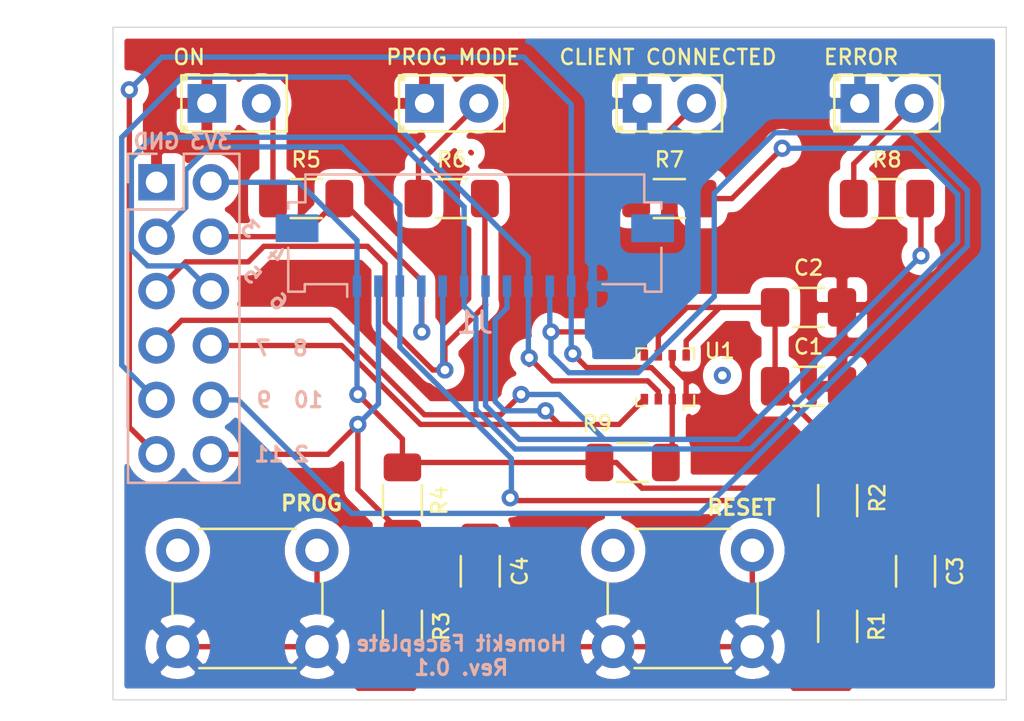
<source format=kicad_pcb>
(kicad_pcb (version 20171130) (host pcbnew "(5.1.9-0-10_14)")

  (general
    (thickness 1.6)
    (drawings 18)
    (tracks 224)
    (zones 0)
    (modules 22)
    (nets 20)
  )

  (page A4)
  (title_block
    (title "Homekit Faceplate")
    (date 2021-03-09)
    (rev 0.1)
  )

  (layers
    (0 F.Cu signal)
    (31 B.Cu signal)
    (32 B.Adhes user)
    (33 F.Adhes user)
    (34 B.Paste user)
    (35 F.Paste user)
    (36 B.SilkS user)
    (37 F.SilkS user)
    (38 B.Mask user)
    (39 F.Mask user)
    (40 Dwgs.User user)
    (41 Cmts.User user)
    (42 Eco1.User user)
    (43 Eco2.User user)
    (44 Edge.Cuts user)
    (45 Margin user)
    (46 B.CrtYd user)
    (47 F.CrtYd user)
    (48 B.Fab user)
    (49 F.Fab user)
  )

  (setup
    (last_trace_width 0.25)
    (trace_clearance 0.2)
    (zone_clearance 0.508)
    (zone_45_only no)
    (trace_min 0.2)
    (via_size 0.8)
    (via_drill 0.4)
    (via_min_size 0.4)
    (via_min_drill 0.3)
    (uvia_size 0.3)
    (uvia_drill 0.1)
    (uvias_allowed no)
    (uvia_min_size 0.2)
    (uvia_min_drill 0.1)
    (edge_width 0.05)
    (segment_width 0.2)
    (pcb_text_width 0.3)
    (pcb_text_size 1.5 1.5)
    (mod_edge_width 0.12)
    (mod_text_size 1 1)
    (mod_text_width 0.15)
    (pad_size 1.524 1.524)
    (pad_drill 0.762)
    (pad_to_mask_clearance 0)
    (aux_axis_origin 0 0)
    (visible_elements FFFFFF7F)
    (pcbplotparams
      (layerselection 0x010fc_ffffffff)
      (usegerberextensions false)
      (usegerberattributes true)
      (usegerberadvancedattributes true)
      (creategerberjobfile true)
      (excludeedgelayer true)
      (linewidth 0.100000)
      (plotframeref false)
      (viasonmask false)
      (mode 1)
      (useauxorigin false)
      (hpglpennumber 1)
      (hpglpenspeed 20)
      (hpglpendiameter 15.000000)
      (psnegative false)
      (psa4output false)
      (plotreference true)
      (plotvalue true)
      (plotinvisibletext false)
      (padsonsilk false)
      (subtractmaskfromsilk false)
      (outputformat 1)
      (mirror false)
      (drillshape 1)
      (scaleselection 1)
      (outputdirectory ""))
  )

  (net 0 "")
  (net 1 GND)
  (net 2 +3V3)
  (net 3 "Net-(D1-Pad2)")
  (net 4 "Net-(D2-Pad2)")
  (net 5 "Net-(D3-Pad2)")
  (net 6 "Net-(D4-Pad2)")
  (net 7 "Net-(R1-Pad2)")
  (net 8 "Net-(R3-Pad2)")
  (net 9 "Net-(J1-Pad5)")
  (net 10 /3)
  (net 11 /2)
  (net 12 /11)
  (net 13 /10)
  (net 14 /9)
  (net 15 /8)
  (net 16 /7)
  (net 17 /6)
  (net 18 /5)
  (net 19 /4)

  (net_class Default "This is the default net class."
    (clearance 0.2)
    (trace_width 0.25)
    (via_dia 0.8)
    (via_drill 0.4)
    (uvia_dia 0.3)
    (uvia_drill 0.1)
    (add_net +3V3)
    (add_net /10)
    (add_net /11)
    (add_net /2)
    (add_net /3)
    (add_net /4)
    (add_net /5)
    (add_net /6)
    (add_net /7)
    (add_net /8)
    (add_net /9)
    (add_net GND)
    (add_net "Net-(D1-Pad2)")
    (add_net "Net-(D2-Pad2)")
    (add_net "Net-(D3-Pad2)")
    (add_net "Net-(D4-Pad2)")
    (add_net "Net-(J1-Pad5)")
    (add_net "Net-(R1-Pad2)")
    (add_net "Net-(R3-Pad2)")
  )

  (module Connector_PinSocket_2.54mm:PinSocket_2x06_P2.54mm_Vertical (layer B.Cu) (tedit 5A19A42B) (tstamp 6049129A)
    (at 136.017 109.474 180)
    (descr "Through hole straight socket strip, 2x06, 2.54mm pitch, double cols (from Kicad 4.0.7), script generated")
    (tags "Through hole socket strip THT 2x06 2.54mm double row")
    (path /606C1058)
    (fp_text reference J2 (at -1.27 2.77) (layer B.SilkS) hide
      (effects (font (size 1 1) (thickness 0.15)) (justify mirror))
    )
    (fp_text value Conn_02x06_Odd_Even (at -1.27 -15.47) (layer B.Fab)
      (effects (font (size 1 1) (thickness 0.15)) (justify mirror))
    )
    (fp_text user %R (at -1.27 -6.35 270) (layer B.Fab)
      (effects (font (size 1 1) (thickness 0.15)) (justify mirror))
    )
    (fp_line (start -3.81 1.27) (end 0.27 1.27) (layer B.Fab) (width 0.1))
    (fp_line (start 0.27 1.27) (end 1.27 0.27) (layer B.Fab) (width 0.1))
    (fp_line (start 1.27 0.27) (end 1.27 -13.97) (layer B.Fab) (width 0.1))
    (fp_line (start 1.27 -13.97) (end -3.81 -13.97) (layer B.Fab) (width 0.1))
    (fp_line (start -3.81 -13.97) (end -3.81 1.27) (layer B.Fab) (width 0.1))
    (fp_line (start -3.87 1.33) (end -1.27 1.33) (layer B.SilkS) (width 0.12))
    (fp_line (start -3.87 1.33) (end -3.87 -14.03) (layer B.SilkS) (width 0.12))
    (fp_line (start -3.87 -14.03) (end 1.33 -14.03) (layer B.SilkS) (width 0.12))
    (fp_line (start 1.33 -1.27) (end 1.33 -14.03) (layer B.SilkS) (width 0.12))
    (fp_line (start -1.27 -1.27) (end 1.33 -1.27) (layer B.SilkS) (width 0.12))
    (fp_line (start -1.27 1.33) (end -1.27 -1.27) (layer B.SilkS) (width 0.12))
    (fp_line (start 1.33 1.33) (end 1.33 0) (layer B.SilkS) (width 0.12))
    (fp_line (start 0 1.33) (end 1.33 1.33) (layer B.SilkS) (width 0.12))
    (fp_line (start -4.34 1.8) (end 1.76 1.8) (layer B.CrtYd) (width 0.05))
    (fp_line (start 1.76 1.8) (end 1.76 -14.45) (layer B.CrtYd) (width 0.05))
    (fp_line (start 1.76 -14.45) (end -4.34 -14.45) (layer B.CrtYd) (width 0.05))
    (fp_line (start -4.34 -14.45) (end -4.34 1.8) (layer B.CrtYd) (width 0.05))
    (pad 12 thru_hole oval (at -2.54 -12.7 180) (size 1.7 1.7) (drill 1) (layers *.Cu *.Mask)
      (net 11 /2))
    (pad 11 thru_hole oval (at 0 -12.7 180) (size 1.7 1.7) (drill 1) (layers *.Cu *.Mask)
      (net 12 /11))
    (pad 10 thru_hole oval (at -2.54 -10.16 180) (size 1.7 1.7) (drill 1) (layers *.Cu *.Mask)
      (net 13 /10))
    (pad 9 thru_hole oval (at 0 -10.16 180) (size 1.7 1.7) (drill 1) (layers *.Cu *.Mask)
      (net 14 /9))
    (pad 8 thru_hole oval (at -2.54 -7.62 180) (size 1.7 1.7) (drill 1) (layers *.Cu *.Mask)
      (net 15 /8))
    (pad 7 thru_hole oval (at 0 -7.62 180) (size 1.7 1.7) (drill 1) (layers *.Cu *.Mask)
      (net 16 /7))
    (pad 6 thru_hole oval (at -2.54 -5.08 180) (size 1.7 1.7) (drill 1) (layers *.Cu *.Mask)
      (net 17 /6))
    (pad 5 thru_hole oval (at 0 -5.08 180) (size 1.7 1.7) (drill 1) (layers *.Cu *.Mask)
      (net 18 /5))
    (pad 4 thru_hole oval (at -2.54 -2.54 180) (size 1.7 1.7) (drill 1) (layers *.Cu *.Mask)
      (net 19 /4))
    (pad 3 thru_hole oval (at 0 -2.54 180) (size 1.7 1.7) (drill 1) (layers *.Cu *.Mask)
      (net 10 /3))
    (pad 2 thru_hole oval (at -2.54 0 180) (size 1.7 1.7) (drill 1) (layers *.Cu *.Mask)
      (net 2 +3V3))
    (pad 1 thru_hole rect (at 0 0 180) (size 1.7 1.7) (drill 1) (layers *.Cu *.Mask)
      (net 1 GND))
    (model ${KISYS3DMOD}/Connector_PinSocket_2.54mm.3dshapes/PinSocket_2x06_P2.54mm_Vertical.wrl
      (at (xyz 0 0 0))
      (scale (xyz 1 1 1))
      (rotate (xyz 0 0 0))
    )
  )

  (module Capacitor_SMD:C_1206_3216Metric_Pad1.33x1.80mm_HandSolder (layer F.Cu) (tedit 5F68FEEF) (tstamp 604854C4)
    (at 171.45 127.635 270)
    (descr "Capacitor SMD 1206 (3216 Metric), square (rectangular) end terminal, IPC_7351 nominal with elongated pad for handsoldering. (Body size source: IPC-SM-782 page 76, https://www.pcb-3d.com/wordpress/wp-content/uploads/ipc-sm-782a_amendment_1_and_2.pdf), generated with kicad-footprint-generator")
    (tags "capacitor handsolder")
    (path /604E230F)
    (attr smd)
    (fp_text reference C3 (at 0 -1.85 90) (layer F.SilkS)
      (effects (font (size 0.7 0.7) (thickness 0.12)))
    )
    (fp_text value 0.1µF (at 0 1.85 90) (layer F.Fab)
      (effects (font (size 1 1) (thickness 0.15)))
    )
    (fp_line (start -1.6 0.8) (end -1.6 -0.8) (layer F.Fab) (width 0.1))
    (fp_line (start -1.6 -0.8) (end 1.6 -0.8) (layer F.Fab) (width 0.1))
    (fp_line (start 1.6 -0.8) (end 1.6 0.8) (layer F.Fab) (width 0.1))
    (fp_line (start 1.6 0.8) (end -1.6 0.8) (layer F.Fab) (width 0.1))
    (fp_line (start -0.711252 -0.91) (end 0.711252 -0.91) (layer F.SilkS) (width 0.12))
    (fp_line (start -0.711252 0.91) (end 0.711252 0.91) (layer F.SilkS) (width 0.12))
    (fp_line (start -2.48 1.15) (end -2.48 -1.15) (layer F.CrtYd) (width 0.05))
    (fp_line (start -2.48 -1.15) (end 2.48 -1.15) (layer F.CrtYd) (width 0.05))
    (fp_line (start 2.48 -1.15) (end 2.48 1.15) (layer F.CrtYd) (width 0.05))
    (fp_line (start 2.48 1.15) (end -2.48 1.15) (layer F.CrtYd) (width 0.05))
    (fp_text user %R (at 0 0 90) (layer F.Fab)
      (effects (font (size 0.8 0.8) (thickness 0.12)))
    )
    (pad 2 smd roundrect (at 1.5625 0 270) (size 1.325 1.8) (layers F.Cu F.Paste F.Mask) (roundrect_rratio 0.188679)
      (net 1 GND))
    (pad 1 smd roundrect (at -1.5625 0 270) (size 1.325 1.8) (layers F.Cu F.Paste F.Mask) (roundrect_rratio 0.188679)
      (net 10 /3))
    (model ${KISYS3DMOD}/Capacitor_SMD.3dshapes/C_1206_3216Metric.wrl
      (at (xyz 0 0 0))
      (scale (xyz 1 1 1))
      (rotate (xyz 0 0 0))
    )
  )

  (module Resistor_SMD:R_1206_3216Metric_Pad1.30x1.75mm_HandSolder (layer F.Cu) (tedit 5F68FEEE) (tstamp 60490672)
    (at 167.815 124.333 90)
    (descr "Resistor SMD 1206 (3216 Metric), square (rectangular) end terminal, IPC_7351 nominal with elongated pad for handsoldering. (Body size source: IPC-SM-782 page 72, https://www.pcb-3d.com/wordpress/wp-content/uploads/ipc-sm-782a_amendment_1_and_2.pdf), generated with kicad-footprint-generator")
    (tags "resistor handsolder")
    (path /604E231A)
    (attr smd)
    (fp_text reference R2 (at 0.127 1.857 90) (layer F.SilkS)
      (effects (font (size 0.7 0.7) (thickness 0.12)))
    )
    (fp_text value 10k (at 0 1.82 90) (layer F.Fab)
      (effects (font (size 1 1) (thickness 0.15)))
    )
    (fp_line (start -1.6 0.8) (end -1.6 -0.8) (layer F.Fab) (width 0.1))
    (fp_line (start -1.6 -0.8) (end 1.6 -0.8) (layer F.Fab) (width 0.1))
    (fp_line (start 1.6 -0.8) (end 1.6 0.8) (layer F.Fab) (width 0.1))
    (fp_line (start 1.6 0.8) (end -1.6 0.8) (layer F.Fab) (width 0.1))
    (fp_line (start -0.727064 -0.91) (end 0.727064 -0.91) (layer F.SilkS) (width 0.12))
    (fp_line (start -0.727064 0.91) (end 0.727064 0.91) (layer F.SilkS) (width 0.12))
    (fp_line (start -2.45 1.12) (end -2.45 -1.12) (layer F.CrtYd) (width 0.05))
    (fp_line (start -2.45 -1.12) (end 2.45 -1.12) (layer F.CrtYd) (width 0.05))
    (fp_line (start 2.45 -1.12) (end 2.45 1.12) (layer F.CrtYd) (width 0.05))
    (fp_line (start 2.45 1.12) (end -2.45 1.12) (layer F.CrtYd) (width 0.05))
    (fp_text user %R (at 0 0 90) (layer F.Fab)
      (effects (font (size 0.8 0.8) (thickness 0.12)))
    )
    (pad 2 smd roundrect (at 1.55 0 90) (size 1.3 1.75) (layers F.Cu F.Paste F.Mask) (roundrect_rratio 0.192308)
      (net 2 +3V3))
    (pad 1 smd roundrect (at -1.55 0 90) (size 1.3 1.75) (layers F.Cu F.Paste F.Mask) (roundrect_rratio 0.192308)
      (net 10 /3))
    (model ${KISYS3DMOD}/Resistor_SMD.3dshapes/R_1206_3216Metric.wrl
      (at (xyz 0 0 0))
      (scale (xyz 1 1 1))
      (rotate (xyz 0 0 0))
    )
  )

  (module Resistor_SMD:R_1206_3216Metric_Pad1.30x1.75mm_HandSolder (layer F.Cu) (tedit 5F68FEEE) (tstamp 60485564)
    (at 167.815 130.205 270)
    (descr "Resistor SMD 1206 (3216 Metric), square (rectangular) end terminal, IPC_7351 nominal with elongated pad for handsoldering. (Body size source: IPC-SM-782 page 72, https://www.pcb-3d.com/wordpress/wp-content/uploads/ipc-sm-782a_amendment_1_and_2.pdf), generated with kicad-footprint-generator")
    (tags "resistor handsolder")
    (path /604E2325)
    (attr smd)
    (fp_text reference R1 (at 0 -1.82 90) (layer F.SilkS)
      (effects (font (size 0.7 0.7) (thickness 0.12)))
    )
    (fp_text value 1k (at 0 1.82 90) (layer F.Fab)
      (effects (font (size 1 1) (thickness 0.15)))
    )
    (fp_line (start -1.6 0.8) (end -1.6 -0.8) (layer F.Fab) (width 0.1))
    (fp_line (start -1.6 -0.8) (end 1.6 -0.8) (layer F.Fab) (width 0.1))
    (fp_line (start 1.6 -0.8) (end 1.6 0.8) (layer F.Fab) (width 0.1))
    (fp_line (start 1.6 0.8) (end -1.6 0.8) (layer F.Fab) (width 0.1))
    (fp_line (start -0.727064 -0.91) (end 0.727064 -0.91) (layer F.SilkS) (width 0.12))
    (fp_line (start -0.727064 0.91) (end 0.727064 0.91) (layer F.SilkS) (width 0.12))
    (fp_line (start -2.45 1.12) (end -2.45 -1.12) (layer F.CrtYd) (width 0.05))
    (fp_line (start -2.45 -1.12) (end 2.45 -1.12) (layer F.CrtYd) (width 0.05))
    (fp_line (start 2.45 -1.12) (end 2.45 1.12) (layer F.CrtYd) (width 0.05))
    (fp_line (start 2.45 1.12) (end -2.45 1.12) (layer F.CrtYd) (width 0.05))
    (fp_text user %R (at 0 0 90) (layer F.Fab)
      (effects (font (size 0.8 0.8) (thickness 0.12)))
    )
    (pad 2 smd roundrect (at 1.55 0 270) (size 1.3 1.75) (layers F.Cu F.Paste F.Mask) (roundrect_rratio 0.192308)
      (net 7 "Net-(R1-Pad2)"))
    (pad 1 smd roundrect (at -1.55 0 270) (size 1.3 1.75) (layers F.Cu F.Paste F.Mask) (roundrect_rratio 0.192308)
      (net 10 /3))
    (model ${KISYS3DMOD}/Resistor_SMD.3dshapes/R_1206_3216Metric.wrl
      (at (xyz 0 0 0))
      (scale (xyz 1 1 1))
      (rotate (xyz 0 0 0))
    )
  )

  (module Button_Switch_THT:SW_PUSH_6mm (layer F.Cu) (tedit 5A02FE31) (tstamp 60490605)
    (at 163.83 131.155 180)
    (descr https://www.omron.com/ecb/products/pdf/en-b3f.pdf)
    (tags "tact sw push 6mm")
    (path /604E2339)
    (fp_text reference SW2 (at 3.25 -2) (layer F.SilkS) hide
      (effects (font (size 1 1) (thickness 0.15)))
    )
    (fp_text value RESET (at 3.75 6.7) (layer F.Fab)
      (effects (font (size 1 1) (thickness 0.15)))
    )
    (fp_line (start 3.25 -0.75) (end 6.25 -0.75) (layer F.Fab) (width 0.1))
    (fp_line (start 6.25 -0.75) (end 6.25 5.25) (layer F.Fab) (width 0.1))
    (fp_line (start 6.25 5.25) (end 0.25 5.25) (layer F.Fab) (width 0.1))
    (fp_line (start 0.25 5.25) (end 0.25 -0.75) (layer F.Fab) (width 0.1))
    (fp_line (start 0.25 -0.75) (end 3.25 -0.75) (layer F.Fab) (width 0.1))
    (fp_line (start 7.75 6) (end 8 6) (layer F.CrtYd) (width 0.05))
    (fp_line (start 8 6) (end 8 5.75) (layer F.CrtYd) (width 0.05))
    (fp_line (start 7.75 -1.5) (end 8 -1.5) (layer F.CrtYd) (width 0.05))
    (fp_line (start 8 -1.5) (end 8 -1.25) (layer F.CrtYd) (width 0.05))
    (fp_line (start -1.5 -1.25) (end -1.5 -1.5) (layer F.CrtYd) (width 0.05))
    (fp_line (start -1.5 -1.5) (end -1.25 -1.5) (layer F.CrtYd) (width 0.05))
    (fp_line (start -1.5 5.75) (end -1.5 6) (layer F.CrtYd) (width 0.05))
    (fp_line (start -1.5 6) (end -1.25 6) (layer F.CrtYd) (width 0.05))
    (fp_line (start -1.25 -1.5) (end 7.75 -1.5) (layer F.CrtYd) (width 0.05))
    (fp_line (start -1.5 5.75) (end -1.5 -1.25) (layer F.CrtYd) (width 0.05))
    (fp_line (start 7.75 6) (end -1.25 6) (layer F.CrtYd) (width 0.05))
    (fp_line (start 8 -1.25) (end 8 5.75) (layer F.CrtYd) (width 0.05))
    (fp_line (start 1 5.5) (end 5.5 5.5) (layer F.SilkS) (width 0.12))
    (fp_line (start -0.25 1.5) (end -0.25 3) (layer F.SilkS) (width 0.12))
    (fp_line (start 5.5 -1) (end 1 -1) (layer F.SilkS) (width 0.12))
    (fp_line (start 6.75 3) (end 6.75 1.5) (layer F.SilkS) (width 0.12))
    (fp_circle (center 3.25 2.25) (end 1.25 2.5) (layer F.Fab) (width 0.1))
    (fp_text user %R (at 3.25 2.25) (layer F.Fab)
      (effects (font (size 1 1) (thickness 0.15)))
    )
    (pad 1 thru_hole circle (at 6.5 0 270) (size 2 2) (drill 1.1) (layers *.Cu *.Mask)
      (net 1 GND))
    (pad 2 thru_hole circle (at 6.5 4.5 270) (size 2 2) (drill 1.1) (layers *.Cu *.Mask)
      (net 7 "Net-(R1-Pad2)"))
    (pad 1 thru_hole circle (at 0 0 270) (size 2 2) (drill 1.1) (layers *.Cu *.Mask)
      (net 1 GND))
    (pad 2 thru_hole circle (at 0 4.5 270) (size 2 2) (drill 1.1) (layers *.Cu *.Mask)
      (net 7 "Net-(R1-Pad2)"))
    (model ${KISYS3DMOD}/Button_Switch_THT.3dshapes/SW_PUSH_6mm.wrl
      (at (xyz 0 0 0))
      (scale (xyz 1 1 1))
      (rotate (xyz 0 0 0))
    )
  )

  (module Resistor_SMD:R_1206_3216Metric_Pad1.30x1.75mm_HandSolder (layer F.Cu) (tedit 5F68FEEE) (tstamp 6048905E)
    (at 158.242 122.555)
    (descr "Resistor SMD 1206 (3216 Metric), square (rectangular) end terminal, IPC_7351 nominal with elongated pad for handsoldering. (Body size source: IPC-SM-782 page 72, https://www.pcb-3d.com/wordpress/wp-content/uploads/ipc-sm-782a_amendment_1_and_2.pdf), generated with kicad-footprint-generator")
    (tags "resistor handsolder")
    (path /6061E63E)
    (attr smd)
    (fp_text reference R9 (at -1.651 -1.82) (layer F.SilkS)
      (effects (font (size 0.7 0.7) (thickness 0.12)))
    )
    (fp_text value 4k7 (at 0 1.82) (layer F.Fab)
      (effects (font (size 1 1) (thickness 0.15)))
    )
    (fp_text user %R (at 0 0) (layer F.Fab)
      (effects (font (size 0.8 0.8) (thickness 0.12)))
    )
    (fp_line (start -1.6 0.8) (end -1.6 -0.8) (layer F.Fab) (width 0.1))
    (fp_line (start -1.6 -0.8) (end 1.6 -0.8) (layer F.Fab) (width 0.1))
    (fp_line (start 1.6 -0.8) (end 1.6 0.8) (layer F.Fab) (width 0.1))
    (fp_line (start 1.6 0.8) (end -1.6 0.8) (layer F.Fab) (width 0.1))
    (fp_line (start -0.727064 -0.91) (end 0.727064 -0.91) (layer F.SilkS) (width 0.12))
    (fp_line (start -0.727064 0.91) (end 0.727064 0.91) (layer F.SilkS) (width 0.12))
    (fp_line (start -2.45 1.12) (end -2.45 -1.12) (layer F.CrtYd) (width 0.05))
    (fp_line (start -2.45 -1.12) (end 2.45 -1.12) (layer F.CrtYd) (width 0.05))
    (fp_line (start 2.45 -1.12) (end 2.45 1.12) (layer F.CrtYd) (width 0.05))
    (fp_line (start 2.45 1.12) (end -2.45 1.12) (layer F.CrtYd) (width 0.05))
    (pad 2 smd roundrect (at 1.55 0) (size 1.3 1.75) (layers F.Cu F.Paste F.Mask) (roundrect_rratio 0.192308)
      (net 12 /11))
    (pad 1 smd roundrect (at -1.55 0) (size 1.3 1.75) (layers F.Cu F.Paste F.Mask) (roundrect_rratio 0.192308)
      (net 2 +3V3))
    (model ${KISYS3DMOD}/Resistor_SMD.3dshapes/R_1206_3216Metric.wrl
      (at (xyz 0 0 0))
      (scale (xyz 1 1 1))
      (rotate (xyz 0 0 0))
    )
  )

  (module Connector_FFC-FPC:Molex_200528-0120_1x12-1MP_P1.00mm_Horizontal (layer B.Cu) (tedit 5C60BCA5) (tstamp 60488F4D)
    (at 150.876 113.411)
    (descr "Molex Molex 1.00mm Pitch Easy-On BackFlip, Right-Angle, Bottom Contact FFC/FPC, 200528-0120, 12 Circuits (https://www.molex.com/pdm_docs/sd/2005280120_sd.pdf), generated with kicad-footprint-generator")
    (tags "connector Molex  top entry")
    (path /6056BF75)
    (attr smd)
    (fp_text reference J1 (at 0 2.61) (layer B.SilkS)
      (effects (font (size 1 1) (thickness 0.15)) (justify mirror))
    )
    (fp_text value Conn_01x12 (at 0 -5.39) (layer B.Fab)
      (effects (font (size 1 1) (thickness 0.15)) (justify mirror))
    )
    (fp_text user %R (at 0 -1.39) (layer B.Fab)
      (effects (font (size 1 1) (thickness 0.15)) (justify mirror))
    )
    (fp_line (start 8.05 1.06) (end 8.05 0.71) (layer B.Fab) (width 0.1))
    (fp_line (start 8.05 0.71) (end -8.05 0.71) (layer B.Fab) (width 0.1))
    (fp_line (start -8.05 0.71) (end -8.05 1.06) (layer B.Fab) (width 0.1))
    (fp_line (start -8.05 1.06) (end -8.6 1.06) (layer B.Fab) (width 0.1))
    (fp_line (start -8.6 1.06) (end -8.6 -2.89) (layer B.Fab) (width 0.1))
    (fp_line (start -8.6 -2.89) (end 8.6 -2.89) (layer B.Fab) (width 0.1))
    (fp_line (start 8.6 -2.89) (end 8.6 1.06) (layer B.Fab) (width 0.1))
    (fp_line (start 8.6 1.06) (end 8.05 1.06) (layer B.Fab) (width 0.1))
    (fp_line (start -6 0.71) (end -5.5 -0.04) (layer B.Fab) (width 0.1))
    (fp_line (start -5.5 -0.04) (end -5 0.71) (layer B.Fab) (width 0.1))
    (fp_line (start 7.8 -0.19) (end -7.8 -0.19) (layer B.Fab) (width 0.1))
    (fp_line (start -7.8 -0.19) (end -7.8 -4.19) (layer B.Fab) (width 0.1))
    (fp_line (start -7.8 -4.19) (end 7.8 -4.19) (layer B.Fab) (width 0.1))
    (fp_line (start 7.8 -4.19) (end 7.8 -0.19) (layer B.Fab) (width 0.1))
    (fp_line (start -5.96 1.41) (end -5.96 0.82) (layer B.SilkS) (width 0.12))
    (fp_line (start -5.96 0.82) (end -7.94 0.82) (layer B.SilkS) (width 0.12))
    (fp_line (start -7.94 0.82) (end -7.94 1.17) (layer B.SilkS) (width 0.12))
    (fp_line (start -7.94 1.17) (end -8.71 1.17) (layer B.SilkS) (width 0.12))
    (fp_line (start -8.71 1.17) (end -8.71 -0.88) (layer B.SilkS) (width 0.12))
    (fp_line (start -8.71 -2.7) (end -8.71 -3) (layer B.SilkS) (width 0.12))
    (fp_line (start -8.71 -3) (end -7.91 -3) (layer B.SilkS) (width 0.12))
    (fp_line (start -7.91 -3) (end -7.91 -4.3) (layer B.SilkS) (width 0.12))
    (fp_line (start -7.91 -4.3) (end 7.91 -4.3) (layer B.SilkS) (width 0.12))
    (fp_line (start 7.91 -4.3) (end 7.91 -3) (layer B.SilkS) (width 0.12))
    (fp_line (start 7.91 -3) (end 8.71 -3) (layer B.SilkS) (width 0.12))
    (fp_line (start 8.71 -3) (end 8.71 -2.7) (layer B.SilkS) (width 0.12))
    (fp_line (start 8.71 -0.88) (end 8.71 1.17) (layer B.SilkS) (width 0.12))
    (fp_line (start 8.71 1.17) (end 7.94 1.17) (layer B.SilkS) (width 0.12))
    (fp_line (start 7.94 1.17) (end 7.94 0.82) (layer B.SilkS) (width 0.12))
    (fp_line (start 7.94 0.82) (end 5.96 0.82) (layer B.SilkS) (width 0.12))
    (fp_line (start -9.8 1.91) (end -9.8 -4.69) (layer B.CrtYd) (width 0.05))
    (fp_line (start -9.8 -4.69) (end 9.8 -4.69) (layer B.CrtYd) (width 0.05))
    (fp_line (start 9.8 -4.69) (end 9.8 1.91) (layer B.CrtYd) (width 0.05))
    (fp_line (start 9.8 1.91) (end -9.8 1.91) (layer B.CrtYd) (width 0.05))
    (pad 12 smd rect (at 5.5 0.91) (size 0.4 1) (layers B.Cu B.Paste B.Mask)
      (net 1 GND))
    (pad 11 smd rect (at 4.5 0.91) (size 0.4 1) (layers B.Cu B.Paste B.Mask)
      (net 12 /11))
    (pad 10 smd rect (at 3.5 0.91) (size 0.4 1) (layers B.Cu B.Paste B.Mask)
      (net 13 /10))
    (pad 9 smd rect (at 2.5 0.91) (size 0.4 1) (layers B.Cu B.Paste B.Mask)
      (net 14 /9))
    (pad 8 smd rect (at 1.5 0.91) (size 0.4 1) (layers B.Cu B.Paste B.Mask)
      (net 15 /8))
    (pad 7 smd rect (at 0.5 0.91) (size 0.4 1) (layers B.Cu B.Paste B.Mask)
      (net 16 /7))
    (pad 6 smd rect (at -0.5 0.91) (size 0.4 1) (layers B.Cu B.Paste B.Mask)
      (net 17 /6))
    (pad 5 smd rect (at -1.5 0.91) (size 0.4 1) (layers B.Cu B.Paste B.Mask)
      (net 18 /5))
    (pad 4 smd rect (at -2.5 0.91) (size 0.4 1) (layers B.Cu B.Paste B.Mask)
      (net 19 /4))
    (pad 3 smd rect (at -3.5 0.91) (size 0.4 1) (layers B.Cu B.Paste B.Mask)
      (net 10 /3))
    (pad 2 smd rect (at -4.5 0.91) (size 0.4 1) (layers B.Cu B.Paste B.Mask)
      (net 11 /2))
    (pad 1 smd rect (at -5.5 0.91) (size 0.4 1) (layers B.Cu B.Paste B.Mask)
      (net 2 +3V3))
    (pad MP smd rect (at 8.3 -1.79) (size 2 1.3) (layers B.Cu B.Paste B.Mask))
    (pad MP smd rect (at -8.3 -1.79) (size 2 1.3) (layers B.Cu B.Paste B.Mask))
    (model ${KISYS3DMOD}/Connector_FFC-FPC.3dshapes/Molex_200528-0120_1x12-1MP_P1.00mm_Horizontal.wrl
      (at (xyz 0 0 0))
      (scale (xyz 1 1 1))
      (rotate (xyz 0 0 0))
    )
  )

  (module digikey-footprints:Pressure_Sensor_LGA-8_2.5x2.5mm_BME280 (layer F.Cu) (tedit 5D28959C) (tstamp 60485637)
    (at 159.766 118.574 180)
    (path /605F5EA2)
    (attr smd)
    (fp_text reference U1 (at -2.54 1.226) (layer F.SilkS)
      (effects (font (size 0.7 0.7) (thickness 0.12)))
    )
    (fp_text value BME280 (at 0 2.47) (layer F.Fab)
      (effects (font (size 1 1) (thickness 0.15)))
    )
    (fp_line (start 1.5 1.5) (end -1.5 1.5) (layer F.CrtYd) (width 0.05))
    (fp_line (start -1.5 -1.5) (end -1.5 1.5) (layer F.CrtYd) (width 0.05))
    (fp_line (start 1.5 -1.5) (end -1.5 -1.5) (layer F.CrtYd) (width 0.05))
    (fp_line (start 1.5 -1.5) (end 1.5 1.5) (layer F.CrtYd) (width 0.05))
    (fp_line (start 1.35 1.35) (end 1.35 0.85) (layer F.SilkS) (width 0.1))
    (fp_line (start 1.35 1.35) (end 0.85 1.35) (layer F.SilkS) (width 0.1))
    (fp_line (start -1.35 1.35) (end -1.35 0.85) (layer F.SilkS) (width 0.1))
    (fp_line (start -1.35 1.35) (end -0.85 1.35) (layer F.SilkS) (width 0.1))
    (fp_line (start -0.85 -1.35) (end -0.85 -1.55) (layer F.SilkS) (width 0.1))
    (fp_line (start -1.35 -1.35) (end -1.35 -0.85) (layer F.SilkS) (width 0.1))
    (fp_line (start -1.35 -1.35) (end -0.85 -1.35) (layer F.SilkS) (width 0.1))
    (fp_line (start 1.35 -1.35) (end 1.35 -0.975) (layer F.SilkS) (width 0.1))
    (fp_line (start 1.35 -1.35) (end 0.975 -1.35) (layer F.SilkS) (width 0.1))
    (fp_line (start 1.25 -1.25) (end 1.25 1.25) (layer F.Fab) (width 0.1))
    (fp_line (start 1.25 1.25) (end -1.25 1.25) (layer F.Fab) (width 0.1))
    (fp_line (start -1.25 1.25) (end -1.25 -1.25) (layer F.Fab) (width 0.1))
    (fp_line (start -1.25 -1.25) (end 1.25 -1.25) (layer F.Fab) (width 0.1))
    (fp_text user %R (at 0 0) (layer F.Fab)
      (effects (font (size 0.5 0.5) (thickness 0.05)))
    )
    (pad 8 smd rect (at -0.975 1.024999 180) (size 0.35 0.5) (layers F.Cu F.Paste F.Mask)
      (net 2 +3V3))
    (pad 7 smd rect (at -0.325 1.024999 180) (size 0.35 0.5) (layers F.Cu F.Paste F.Mask)
      (net 1 GND))
    (pad 6 smd rect (at 0.325 1.024999 180) (size 0.35 0.5) (layers F.Cu F.Paste F.Mask)
      (net 2 +3V3))
    (pad 5 smd rect (at 0.975 1.024999 180) (size 0.35 0.5) (layers F.Cu F.Paste F.Mask)
      (net 13 /10))
    (pad 4 smd rect (at 0.975 -1.025 180) (size 0.35 0.5) (layers F.Cu F.Paste F.Mask)
      (net 15 /8))
    (pad 3 smd rect (at 0.325 -1.025 180) (size 0.35 0.5) (layers F.Cu F.Paste F.Mask)
      (net 14 /9))
    (pad 2 smd rect (at -0.325 -1.025 180) (size 0.35 0.5) (layers F.Cu F.Paste F.Mask)
      (net 12 /11))
    (pad 1 smd rect (at -0.975 -1.025 180) (size 0.35 0.5) (layers F.Cu F.Paste F.Mask)
      (net 1 GND))
  )

  (module Button_Switch_THT:SW_PUSH_6mm (layer F.Cu) (tedit 5A02FE31) (tstamp 604855FA)
    (at 143.51 131.155 180)
    (descr https://www.omron.com/ecb/products/pdf/en-b3f.pdf)
    (tags "tact sw push 6mm")
    (path /6047D106)
    (fp_text reference SW1 (at 3.25 -2) (layer F.SilkS) hide
      (effects (font (size 1 1) (thickness 0.15)))
    )
    (fp_text value "PROG MODE" (at 3.75 6.7) (layer F.Fab)
      (effects (font (size 1 1) (thickness 0.15)))
    )
    (fp_line (start 3.25 -0.75) (end 6.25 -0.75) (layer F.Fab) (width 0.1))
    (fp_line (start 6.25 -0.75) (end 6.25 5.25) (layer F.Fab) (width 0.1))
    (fp_line (start 6.25 5.25) (end 0.25 5.25) (layer F.Fab) (width 0.1))
    (fp_line (start 0.25 5.25) (end 0.25 -0.75) (layer F.Fab) (width 0.1))
    (fp_line (start 0.25 -0.75) (end 3.25 -0.75) (layer F.Fab) (width 0.1))
    (fp_line (start 7.75 6) (end 8 6) (layer F.CrtYd) (width 0.05))
    (fp_line (start 8 6) (end 8 5.75) (layer F.CrtYd) (width 0.05))
    (fp_line (start 7.75 -1.5) (end 8 -1.5) (layer F.CrtYd) (width 0.05))
    (fp_line (start 8 -1.5) (end 8 -1.25) (layer F.CrtYd) (width 0.05))
    (fp_line (start -1.5 -1.25) (end -1.5 -1.5) (layer F.CrtYd) (width 0.05))
    (fp_line (start -1.5 -1.5) (end -1.25 -1.5) (layer F.CrtYd) (width 0.05))
    (fp_line (start -1.5 5.75) (end -1.5 6) (layer F.CrtYd) (width 0.05))
    (fp_line (start -1.5 6) (end -1.25 6) (layer F.CrtYd) (width 0.05))
    (fp_line (start -1.25 -1.5) (end 7.75 -1.5) (layer F.CrtYd) (width 0.05))
    (fp_line (start -1.5 5.75) (end -1.5 -1.25) (layer F.CrtYd) (width 0.05))
    (fp_line (start 7.75 6) (end -1.25 6) (layer F.CrtYd) (width 0.05))
    (fp_line (start 8 -1.25) (end 8 5.75) (layer F.CrtYd) (width 0.05))
    (fp_line (start 1 5.5) (end 5.5 5.5) (layer F.SilkS) (width 0.12))
    (fp_line (start -0.25 1.5) (end -0.25 3) (layer F.SilkS) (width 0.12))
    (fp_line (start 5.5 -1) (end 1 -1) (layer F.SilkS) (width 0.12))
    (fp_line (start 6.75 3) (end 6.75 1.5) (layer F.SilkS) (width 0.12))
    (fp_circle (center 3.25 2.25) (end 1.25 2.5) (layer F.Fab) (width 0.1))
    (fp_text user %R (at 3.25 2.25) (layer F.Fab)
      (effects (font (size 1 1) (thickness 0.15)))
    )
    (pad 1 thru_hole circle (at 6.5 0 270) (size 2 2) (drill 1.1) (layers *.Cu *.Mask)
      (net 1 GND))
    (pad 2 thru_hole circle (at 6.5 4.5 270) (size 2 2) (drill 1.1) (layers *.Cu *.Mask)
      (net 8 "Net-(R3-Pad2)"))
    (pad 1 thru_hole circle (at 0 0 270) (size 2 2) (drill 1.1) (layers *.Cu *.Mask)
      (net 1 GND))
    (pad 2 thru_hole circle (at 0 4.5 270) (size 2 2) (drill 1.1) (layers *.Cu *.Mask)
      (net 8 "Net-(R3-Pad2)"))
    (model ${KISYS3DMOD}/Button_Switch_THT.3dshapes/SW_PUSH_6mm.wrl
      (at (xyz 0 0 0))
      (scale (xyz 1 1 1))
      (rotate (xyz 0 0 0))
    )
  )

  (module Resistor_SMD:R_1206_3216Metric_Pad1.30x1.75mm_HandSolder (layer F.Cu) (tedit 5F68FEEE) (tstamp 6048A92E)
    (at 170.1165 110.236)
    (descr "Resistor SMD 1206 (3216 Metric), square (rectangular) end terminal, IPC_7351 nominal with elongated pad for handsoldering. (Body size source: IPC-SM-782 page 72, https://www.pcb-3d.com/wordpress/wp-content/uploads/ipc-sm-782a_amendment_1_and_2.pdf), generated with kicad-footprint-generator")
    (tags "resistor handsolder")
    (path /604C0310)
    (attr smd)
    (fp_text reference R8 (at 0 -1.82) (layer F.SilkS)
      (effects (font (size 0.7 0.7) (thickness 0.12)))
    )
    (fp_text value 220R (at 0 1.82) (layer F.Fab)
      (effects (font (size 1 1) (thickness 0.15)))
    )
    (fp_line (start -1.6 0.8) (end -1.6 -0.8) (layer F.Fab) (width 0.1))
    (fp_line (start -1.6 -0.8) (end 1.6 -0.8) (layer F.Fab) (width 0.1))
    (fp_line (start 1.6 -0.8) (end 1.6 0.8) (layer F.Fab) (width 0.1))
    (fp_line (start 1.6 0.8) (end -1.6 0.8) (layer F.Fab) (width 0.1))
    (fp_line (start -0.727064 -0.91) (end 0.727064 -0.91) (layer F.SilkS) (width 0.12))
    (fp_line (start -0.727064 0.91) (end 0.727064 0.91) (layer F.SilkS) (width 0.12))
    (fp_line (start -2.45 1.12) (end -2.45 -1.12) (layer F.CrtYd) (width 0.05))
    (fp_line (start -2.45 -1.12) (end 2.45 -1.12) (layer F.CrtYd) (width 0.05))
    (fp_line (start 2.45 -1.12) (end 2.45 1.12) (layer F.CrtYd) (width 0.05))
    (fp_line (start 2.45 1.12) (end -2.45 1.12) (layer F.CrtYd) (width 0.05))
    (fp_text user %R (at 0 0) (layer F.Fab)
      (effects (font (size 0.8 0.8) (thickness 0.12)))
    )
    (pad 2 smd roundrect (at 1.55 0) (size 1.3 1.75) (layers F.Cu F.Paste F.Mask) (roundrect_rratio 0.192308)
      (net 16 /7))
    (pad 1 smd roundrect (at -1.55 0) (size 1.3 1.75) (layers F.Cu F.Paste F.Mask) (roundrect_rratio 0.192308)
      (net 6 "Net-(D4-Pad2)"))
    (model ${KISYS3DMOD}/Resistor_SMD.3dshapes/R_1206_3216Metric.wrl
      (at (xyz 0 0 0))
      (scale (xyz 1 1 1))
      (rotate (xyz 0 0 0))
    )
  )

  (module Resistor_SMD:R_1206_3216Metric_Pad1.30x1.75mm_HandSolder (layer F.Cu) (tedit 5F68FEEE) (tstamp 6048A8FE)
    (at 159.9565 110.236)
    (descr "Resistor SMD 1206 (3216 Metric), square (rectangular) end terminal, IPC_7351 nominal with elongated pad for handsoldering. (Body size source: IPC-SM-782 page 72, https://www.pcb-3d.com/wordpress/wp-content/uploads/ipc-sm-782a_amendment_1_and_2.pdf), generated with kicad-footprint-generator")
    (tags "resistor handsolder")
    (path /60497DD4)
    (attr smd)
    (fp_text reference R7 (at 0 -1.82) (layer F.SilkS)
      (effects (font (size 0.7 0.7) (thickness 0.12)))
    )
    (fp_text value 220R (at 0 1.82) (layer F.Fab)
      (effects (font (size 1 1) (thickness 0.15)))
    )
    (fp_line (start -1.6 0.8) (end -1.6 -0.8) (layer F.Fab) (width 0.1))
    (fp_line (start -1.6 -0.8) (end 1.6 -0.8) (layer F.Fab) (width 0.1))
    (fp_line (start 1.6 -0.8) (end 1.6 0.8) (layer F.Fab) (width 0.1))
    (fp_line (start 1.6 0.8) (end -1.6 0.8) (layer F.Fab) (width 0.1))
    (fp_line (start -0.727064 -0.91) (end 0.727064 -0.91) (layer F.SilkS) (width 0.12))
    (fp_line (start -0.727064 0.91) (end 0.727064 0.91) (layer F.SilkS) (width 0.12))
    (fp_line (start -2.45 1.12) (end -2.45 -1.12) (layer F.CrtYd) (width 0.05))
    (fp_line (start -2.45 -1.12) (end 2.45 -1.12) (layer F.CrtYd) (width 0.05))
    (fp_line (start 2.45 -1.12) (end 2.45 1.12) (layer F.CrtYd) (width 0.05))
    (fp_line (start 2.45 1.12) (end -2.45 1.12) (layer F.CrtYd) (width 0.05))
    (fp_text user %R (at 0 0) (layer F.Fab)
      (effects (font (size 0.8 0.8) (thickness 0.12)))
    )
    (pad 2 smd roundrect (at 1.55 0) (size 1.3 1.75) (layers F.Cu F.Paste F.Mask) (roundrect_rratio 0.192308)
      (net 17 /6))
    (pad 1 smd roundrect (at -1.55 0) (size 1.3 1.75) (layers F.Cu F.Paste F.Mask) (roundrect_rratio 0.192308)
      (net 5 "Net-(D3-Pad2)"))
    (model ${KISYS3DMOD}/Resistor_SMD.3dshapes/R_1206_3216Metric.wrl
      (at (xyz 0 0 0))
      (scale (xyz 1 1 1))
      (rotate (xyz 0 0 0))
    )
  )

  (module Resistor_SMD:R_1206_3216Metric_Pad1.30x1.75mm_HandSolder (layer F.Cu) (tedit 5F68FEEE) (tstamp 6048A8CE)
    (at 149.7965 110.236)
    (descr "Resistor SMD 1206 (3216 Metric), square (rectangular) end terminal, IPC_7351 nominal with elongated pad for handsoldering. (Body size source: IPC-SM-782 page 72, https://www.pcb-3d.com/wordpress/wp-content/uploads/ipc-sm-782a_amendment_1_and_2.pdf), generated with kicad-footprint-generator")
    (tags "resistor handsolder")
    (path /60497B08)
    (attr smd)
    (fp_text reference R6 (at 0 -1.82) (layer F.SilkS)
      (effects (font (size 0.7 0.7) (thickness 0.12)))
    )
    (fp_text value 220R (at 0 1.82) (layer F.Fab)
      (effects (font (size 1 1) (thickness 0.15)))
    )
    (fp_line (start -1.6 0.8) (end -1.6 -0.8) (layer F.Fab) (width 0.1))
    (fp_line (start -1.6 -0.8) (end 1.6 -0.8) (layer F.Fab) (width 0.1))
    (fp_line (start 1.6 -0.8) (end 1.6 0.8) (layer F.Fab) (width 0.1))
    (fp_line (start 1.6 0.8) (end -1.6 0.8) (layer F.Fab) (width 0.1))
    (fp_line (start -0.727064 -0.91) (end 0.727064 -0.91) (layer F.SilkS) (width 0.12))
    (fp_line (start -0.727064 0.91) (end 0.727064 0.91) (layer F.SilkS) (width 0.12))
    (fp_line (start -2.45 1.12) (end -2.45 -1.12) (layer F.CrtYd) (width 0.05))
    (fp_line (start -2.45 -1.12) (end 2.45 -1.12) (layer F.CrtYd) (width 0.05))
    (fp_line (start 2.45 -1.12) (end 2.45 1.12) (layer F.CrtYd) (width 0.05))
    (fp_line (start 2.45 1.12) (end -2.45 1.12) (layer F.CrtYd) (width 0.05))
    (fp_text user %R (at 0 0) (layer F.Fab)
      (effects (font (size 0.8 0.8) (thickness 0.12)))
    )
    (pad 2 smd roundrect (at 1.55 0) (size 1.3 1.75) (layers F.Cu F.Paste F.Mask) (roundrect_rratio 0.192308)
      (net 18 /5))
    (pad 1 smd roundrect (at -1.55 0) (size 1.3 1.75) (layers F.Cu F.Paste F.Mask) (roundrect_rratio 0.192308)
      (net 4 "Net-(D2-Pad2)"))
    (model ${KISYS3DMOD}/Resistor_SMD.3dshapes/R_1206_3216Metric.wrl
      (at (xyz 0 0 0))
      (scale (xyz 1 1 1))
      (rotate (xyz 0 0 0))
    )
  )

  (module Resistor_SMD:R_1206_3216Metric_Pad1.30x1.75mm_HandSolder (layer F.Cu) (tedit 5F68FEEE) (tstamp 6048A89E)
    (at 143.002 110.236)
    (descr "Resistor SMD 1206 (3216 Metric), square (rectangular) end terminal, IPC_7351 nominal with elongated pad for handsoldering. (Body size source: IPC-SM-782 page 72, https://www.pcb-3d.com/wordpress/wp-content/uploads/ipc-sm-782a_amendment_1_and_2.pdf), generated with kicad-footprint-generator")
    (tags "resistor handsolder")
    (path /604945CF)
    (attr smd)
    (fp_text reference R5 (at 0 -1.82) (layer F.SilkS)
      (effects (font (size 0.7 0.7) (thickness 0.12)))
    )
    (fp_text value 220R (at 0 1.82) (layer F.Fab)
      (effects (font (size 1 1) (thickness 0.15)))
    )
    (fp_line (start -1.6 0.8) (end -1.6 -0.8) (layer F.Fab) (width 0.1))
    (fp_line (start -1.6 -0.8) (end 1.6 -0.8) (layer F.Fab) (width 0.1))
    (fp_line (start 1.6 -0.8) (end 1.6 0.8) (layer F.Fab) (width 0.1))
    (fp_line (start 1.6 0.8) (end -1.6 0.8) (layer F.Fab) (width 0.1))
    (fp_line (start -0.727064 -0.91) (end 0.727064 -0.91) (layer F.SilkS) (width 0.12))
    (fp_line (start -0.727064 0.91) (end 0.727064 0.91) (layer F.SilkS) (width 0.12))
    (fp_line (start -2.45 1.12) (end -2.45 -1.12) (layer F.CrtYd) (width 0.05))
    (fp_line (start -2.45 -1.12) (end 2.45 -1.12) (layer F.CrtYd) (width 0.05))
    (fp_line (start 2.45 -1.12) (end 2.45 1.12) (layer F.CrtYd) (width 0.05))
    (fp_line (start 2.45 1.12) (end -2.45 1.12) (layer F.CrtYd) (width 0.05))
    (fp_text user %R (at 0 0) (layer F.Fab)
      (effects (font (size 0.8 0.8) (thickness 0.12)))
    )
    (pad 2 smd roundrect (at 1.55 0) (size 1.3 1.75) (layers F.Cu F.Paste F.Mask) (roundrect_rratio 0.192308)
      (net 19 /4))
    (pad 1 smd roundrect (at -1.55 0) (size 1.3 1.75) (layers F.Cu F.Paste F.Mask) (roundrect_rratio 0.192308)
      (net 3 "Net-(D1-Pad2)"))
    (model ${KISYS3DMOD}/Resistor_SMD.3dshapes/R_1206_3216Metric.wrl
      (at (xyz 0 0 0))
      (scale (xyz 1 1 1))
      (rotate (xyz 0 0 0))
    )
  )

  (module Resistor_SMD:R_1206_3216Metric_Pad1.30x1.75mm_HandSolder (layer F.Cu) (tedit 5F68FEEE) (tstamp 60485597)
    (at 147.495 124.333 90)
    (descr "Resistor SMD 1206 (3216 Metric), square (rectangular) end terminal, IPC_7351 nominal with elongated pad for handsoldering. (Body size source: IPC-SM-782 page 72, https://www.pcb-3d.com/wordpress/wp-content/uploads/ipc-sm-782a_amendment_1_and_2.pdf), generated with kicad-footprint-generator")
    (tags "resistor handsolder")
    (path /6047D0F3)
    (attr smd)
    (fp_text reference R4 (at 0 1.73 90) (layer F.SilkS)
      (effects (font (size 0.7 0.7) (thickness 0.12)))
    )
    (fp_text value 10k (at 0 1.82 90) (layer F.Fab)
      (effects (font (size 1 1) (thickness 0.15)))
    )
    (fp_line (start -1.6 0.8) (end -1.6 -0.8) (layer F.Fab) (width 0.1))
    (fp_line (start -1.6 -0.8) (end 1.6 -0.8) (layer F.Fab) (width 0.1))
    (fp_line (start 1.6 -0.8) (end 1.6 0.8) (layer F.Fab) (width 0.1))
    (fp_line (start 1.6 0.8) (end -1.6 0.8) (layer F.Fab) (width 0.1))
    (fp_line (start -0.727064 -0.91) (end 0.727064 -0.91) (layer F.SilkS) (width 0.12))
    (fp_line (start -0.727064 0.91) (end 0.727064 0.91) (layer F.SilkS) (width 0.12))
    (fp_line (start -2.45 1.12) (end -2.45 -1.12) (layer F.CrtYd) (width 0.05))
    (fp_line (start -2.45 -1.12) (end 2.45 -1.12) (layer F.CrtYd) (width 0.05))
    (fp_line (start 2.45 -1.12) (end 2.45 1.12) (layer F.CrtYd) (width 0.05))
    (fp_line (start 2.45 1.12) (end -2.45 1.12) (layer F.CrtYd) (width 0.05))
    (fp_text user %R (at 0 0 90) (layer F.Fab)
      (effects (font (size 0.8 0.8) (thickness 0.12)))
    )
    (pad 2 smd roundrect (at 1.55 0 90) (size 1.3 1.75) (layers F.Cu F.Paste F.Mask) (roundrect_rratio 0.192308)
      (net 2 +3V3))
    (pad 1 smd roundrect (at -1.55 0 90) (size 1.3 1.75) (layers F.Cu F.Paste F.Mask) (roundrect_rratio 0.192308)
      (net 11 /2))
    (model ${KISYS3DMOD}/Resistor_SMD.3dshapes/R_1206_3216Metric.wrl
      (at (xyz 0 0 0))
      (scale (xyz 1 1 1))
      (rotate (xyz 0 0 0))
    )
  )

  (module Resistor_SMD:R_1206_3216Metric_Pad1.30x1.75mm_HandSolder (layer F.Cu) (tedit 5F68FEEE) (tstamp 60485586)
    (at 147.495 130.205 270)
    (descr "Resistor SMD 1206 (3216 Metric), square (rectangular) end terminal, IPC_7351 nominal with elongated pad for handsoldering. (Body size source: IPC-SM-782 page 72, https://www.pcb-3d.com/wordpress/wp-content/uploads/ipc-sm-782a_amendment_1_and_2.pdf), generated with kicad-footprint-generator")
    (tags "resistor handsolder")
    (path /6047D0FA)
    (attr smd)
    (fp_text reference R3 (at 0 -1.82 90) (layer F.SilkS)
      (effects (font (size 0.7 0.7) (thickness 0.12)))
    )
    (fp_text value 1k (at 0 1.82 90) (layer F.Fab)
      (effects (font (size 1 1) (thickness 0.15)))
    )
    (fp_line (start -1.6 0.8) (end -1.6 -0.8) (layer F.Fab) (width 0.1))
    (fp_line (start -1.6 -0.8) (end 1.6 -0.8) (layer F.Fab) (width 0.1))
    (fp_line (start 1.6 -0.8) (end 1.6 0.8) (layer F.Fab) (width 0.1))
    (fp_line (start 1.6 0.8) (end -1.6 0.8) (layer F.Fab) (width 0.1))
    (fp_line (start -0.727064 -0.91) (end 0.727064 -0.91) (layer F.SilkS) (width 0.12))
    (fp_line (start -0.727064 0.91) (end 0.727064 0.91) (layer F.SilkS) (width 0.12))
    (fp_line (start -2.45 1.12) (end -2.45 -1.12) (layer F.CrtYd) (width 0.05))
    (fp_line (start -2.45 -1.12) (end 2.45 -1.12) (layer F.CrtYd) (width 0.05))
    (fp_line (start 2.45 -1.12) (end 2.45 1.12) (layer F.CrtYd) (width 0.05))
    (fp_line (start 2.45 1.12) (end -2.45 1.12) (layer F.CrtYd) (width 0.05))
    (fp_text user %R (at 0 0 90) (layer F.Fab)
      (effects (font (size 0.8 0.8) (thickness 0.12)))
    )
    (pad 2 smd roundrect (at 1.55 0 270) (size 1.3 1.75) (layers F.Cu F.Paste F.Mask) (roundrect_rratio 0.192308)
      (net 8 "Net-(R3-Pad2)"))
    (pad 1 smd roundrect (at -1.55 0 270) (size 1.3 1.75) (layers F.Cu F.Paste F.Mask) (roundrect_rratio 0.192308)
      (net 11 /2))
    (model ${KISYS3DMOD}/Resistor_SMD.3dshapes/R_1206_3216Metric.wrl
      (at (xyz 0 0 0))
      (scale (xyz 1 1 1))
      (rotate (xyz 0 0 0))
    )
  )

  (module LED_THT:LED_D2.0mm_W4.8mm_H2.5mm_FlatTop (layer F.Cu) (tedit 5880A862) (tstamp 6049080B)
    (at 168.8465 105.791)
    (descr "LED, Round, FlatTop,  Rectangular size 4.8x2.5mm^2 diameter 2.0mm, 2 pins, http://www.kingbright.com/attachments/file/psearch/000/00/00/L-13GD(Ver.11B).pdf")
    (tags "LED Round FlatTop  Rectangular size 4.8x2.5mm^2 diameter 2.0mm 2 pins")
    (path /604C031A)
    (fp_text reference D4 (at 1.27 -2.31) (layer F.SilkS) hide
      (effects (font (size 1 1) (thickness 0.15)))
    )
    (fp_text value "LED RED" (at 1.27 2.31) (layer F.Fab)
      (effects (font (size 1 1) (thickness 0.15)))
    )
    (fp_circle (center 1.27 0) (end 2.27 0) (layer F.Fab) (width 0.1))
    (fp_line (start -1.13 -1.25) (end -1.13 1.25) (layer F.Fab) (width 0.1))
    (fp_line (start -1.13 1.25) (end 3.67 1.25) (layer F.Fab) (width 0.1))
    (fp_line (start 3.67 1.25) (end 3.67 -1.25) (layer F.Fab) (width 0.1))
    (fp_line (start 3.67 -1.25) (end -1.13 -1.25) (layer F.Fab) (width 0.1))
    (fp_line (start -1.19 -1.31) (end 3.73 -1.31) (layer F.SilkS) (width 0.12))
    (fp_line (start -1.19 1.31) (end 3.73 1.31) (layer F.SilkS) (width 0.12))
    (fp_line (start -1.19 -1.31) (end -1.19 1.31) (layer F.SilkS) (width 0.12))
    (fp_line (start 3.73 -1.31) (end 3.73 1.31) (layer F.SilkS) (width 0.12))
    (fp_line (start -1.07 -1.31) (end -1.07 -1.08) (layer F.SilkS) (width 0.12))
    (fp_line (start -1.07 1.08) (end -1.07 1.31) (layer F.SilkS) (width 0.12))
    (fp_line (start -0.95 -1.31) (end -0.95 -1.08) (layer F.SilkS) (width 0.12))
    (fp_line (start -0.95 1.08) (end -0.95 1.31) (layer F.SilkS) (width 0.12))
    (fp_line (start -1.45 -1.6) (end -1.45 1.6) (layer F.CrtYd) (width 0.05))
    (fp_line (start -1.45 1.6) (end 4 1.6) (layer F.CrtYd) (width 0.05))
    (fp_line (start 4 1.6) (end 4 -1.6) (layer F.CrtYd) (width 0.05))
    (fp_line (start 4 -1.6) (end -1.45 -1.6) (layer F.CrtYd) (width 0.05))
    (pad 2 thru_hole circle (at 2.54 0) (size 1.8 1.8) (drill 0.9) (layers *.Cu *.Mask)
      (net 6 "Net-(D4-Pad2)"))
    (pad 1 thru_hole rect (at 0 0) (size 1.8 1.8) (drill 0.9) (layers *.Cu *.Mask)
      (net 1 GND))
    (model ${KISYS3DMOD}/LED_THT.3dshapes/LED_D2.0mm_W4.8mm_H2.5mm_FlatTop.wrl
      (at (xyz 0 0 0))
      (scale (xyz 1 1 1))
      (rotate (xyz 0 0 0))
    )
  )

  (module LED_THT:LED_D2.0mm_W4.8mm_H2.5mm_FlatTop (layer F.Cu) (tedit 5880A862) (tstamp 6048A820)
    (at 158.6865 105.791)
    (descr "LED, Round, FlatTop,  Rectangular size 4.8x2.5mm^2 diameter 2.0mm, 2 pins, http://www.kingbright.com/attachments/file/psearch/000/00/00/L-13GD(Ver.11B).pdf")
    (tags "LED Round FlatTop  Rectangular size 4.8x2.5mm^2 diameter 2.0mm 2 pins")
    (path /6049831A)
    (fp_text reference D3 (at 1.27 -2.31) (layer F.SilkS) hide
      (effects (font (size 1 1) (thickness 0.15)))
    )
    (fp_text value "LED ORANGE" (at 1.27 2.31) (layer F.Fab)
      (effects (font (size 1 1) (thickness 0.15)))
    )
    (fp_circle (center 1.27 0) (end 2.27 0) (layer F.Fab) (width 0.1))
    (fp_line (start -1.13 -1.25) (end -1.13 1.25) (layer F.Fab) (width 0.1))
    (fp_line (start -1.13 1.25) (end 3.67 1.25) (layer F.Fab) (width 0.1))
    (fp_line (start 3.67 1.25) (end 3.67 -1.25) (layer F.Fab) (width 0.1))
    (fp_line (start 3.67 -1.25) (end -1.13 -1.25) (layer F.Fab) (width 0.1))
    (fp_line (start -1.19 -1.31) (end 3.73 -1.31) (layer F.SilkS) (width 0.12))
    (fp_line (start -1.19 1.31) (end 3.73 1.31) (layer F.SilkS) (width 0.12))
    (fp_line (start -1.19 -1.31) (end -1.19 1.31) (layer F.SilkS) (width 0.12))
    (fp_line (start 3.73 -1.31) (end 3.73 1.31) (layer F.SilkS) (width 0.12))
    (fp_line (start -1.07 -1.31) (end -1.07 -1.08) (layer F.SilkS) (width 0.12))
    (fp_line (start -1.07 1.08) (end -1.07 1.31) (layer F.SilkS) (width 0.12))
    (fp_line (start -0.95 -1.31) (end -0.95 -1.08) (layer F.SilkS) (width 0.12))
    (fp_line (start -0.95 1.08) (end -0.95 1.31) (layer F.SilkS) (width 0.12))
    (fp_line (start -1.45 -1.6) (end -1.45 1.6) (layer F.CrtYd) (width 0.05))
    (fp_line (start -1.45 1.6) (end 4 1.6) (layer F.CrtYd) (width 0.05))
    (fp_line (start 4 1.6) (end 4 -1.6) (layer F.CrtYd) (width 0.05))
    (fp_line (start 4 -1.6) (end -1.45 -1.6) (layer F.CrtYd) (width 0.05))
    (pad 2 thru_hole circle (at 2.54 0) (size 1.8 1.8) (drill 0.9) (layers *.Cu *.Mask)
      (net 5 "Net-(D3-Pad2)"))
    (pad 1 thru_hole rect (at 0 0) (size 1.8 1.8) (drill 0.9) (layers *.Cu *.Mask)
      (net 1 GND))
    (model ${KISYS3DMOD}/LED_THT.3dshapes/LED_D2.0mm_W4.8mm_H2.5mm_FlatTop.wrl
      (at (xyz 0 0 0))
      (scale (xyz 1 1 1))
      (rotate (xyz 0 0 0))
    )
  )

  (module LED_THT:LED_D2.0mm_W4.8mm_H2.5mm_FlatTop (layer F.Cu) (tedit 5880A862) (tstamp 6048A862)
    (at 148.5265 105.791)
    (descr "LED, Round, FlatTop,  Rectangular size 4.8x2.5mm^2 diameter 2.0mm, 2 pins, http://www.kingbright.com/attachments/file/psearch/000/00/00/L-13GD(Ver.11B).pdf")
    (tags "LED Round FlatTop  Rectangular size 4.8x2.5mm^2 diameter 2.0mm 2 pins")
    (path /604980BF)
    (fp_text reference D2 (at 1.27 -2.31) (layer F.SilkS) hide
      (effects (font (size 1 1) (thickness 0.15)))
    )
    (fp_text value "LED RED" (at 1.27 2.31) (layer F.Fab)
      (effects (font (size 1 1) (thickness 0.15)))
    )
    (fp_circle (center 1.27 0) (end 2.27 0) (layer F.Fab) (width 0.1))
    (fp_line (start -1.13 -1.25) (end -1.13 1.25) (layer F.Fab) (width 0.1))
    (fp_line (start -1.13 1.25) (end 3.67 1.25) (layer F.Fab) (width 0.1))
    (fp_line (start 3.67 1.25) (end 3.67 -1.25) (layer F.Fab) (width 0.1))
    (fp_line (start 3.67 -1.25) (end -1.13 -1.25) (layer F.Fab) (width 0.1))
    (fp_line (start -1.19 -1.31) (end 3.73 -1.31) (layer F.SilkS) (width 0.12))
    (fp_line (start -1.19 1.31) (end 3.73 1.31) (layer F.SilkS) (width 0.12))
    (fp_line (start -1.19 -1.31) (end -1.19 1.31) (layer F.SilkS) (width 0.12))
    (fp_line (start 3.73 -1.31) (end 3.73 1.31) (layer F.SilkS) (width 0.12))
    (fp_line (start -1.07 -1.31) (end -1.07 -1.08) (layer F.SilkS) (width 0.12))
    (fp_line (start -1.07 1.08) (end -1.07 1.31) (layer F.SilkS) (width 0.12))
    (fp_line (start -0.95 -1.31) (end -0.95 -1.08) (layer F.SilkS) (width 0.12))
    (fp_line (start -0.95 1.08) (end -0.95 1.31) (layer F.SilkS) (width 0.12))
    (fp_line (start -1.45 -1.6) (end -1.45 1.6) (layer F.CrtYd) (width 0.05))
    (fp_line (start -1.45 1.6) (end 4 1.6) (layer F.CrtYd) (width 0.05))
    (fp_line (start 4 1.6) (end 4 -1.6) (layer F.CrtYd) (width 0.05))
    (fp_line (start 4 -1.6) (end -1.45 -1.6) (layer F.CrtYd) (width 0.05))
    (pad 2 thru_hole circle (at 2.54 0) (size 1.8 1.8) (drill 0.9) (layers *.Cu *.Mask)
      (net 4 "Net-(D2-Pad2)"))
    (pad 1 thru_hole rect (at 0 0) (size 1.8 1.8) (drill 0.9) (layers *.Cu *.Mask)
      (net 1 GND))
    (model ${KISYS3DMOD}/LED_THT.3dshapes/LED_D2.0mm_W4.8mm_H2.5mm_FlatTop.wrl
      (at (xyz 0 0 0))
      (scale (xyz 1 1 1))
      (rotate (xyz 0 0 0))
    )
  )

  (module LED_THT:LED_D2.0mm_W4.8mm_H2.5mm_FlatTop (layer F.Cu) (tedit 5880A862) (tstamp 6048A7DE)
    (at 138.3665 105.791)
    (descr "LED, Round, FlatTop,  Rectangular size 4.8x2.5mm^2 diameter 2.0mm, 2 pins, http://www.kingbright.com/attachments/file/psearch/000/00/00/L-13GD(Ver.11B).pdf")
    (tags "LED Round FlatTop  Rectangular size 4.8x2.5mm^2 diameter 2.0mm 2 pins")
    (path /60495325)
    (fp_text reference D1 (at 1.27 -2.31) (layer F.SilkS) hide
      (effects (font (size 1 1) (thickness 0.15)))
    )
    (fp_text value "LED GREEN" (at 1.27 2.31) (layer F.Fab)
      (effects (font (size 1 1) (thickness 0.15)))
    )
    (fp_circle (center 1.27 0) (end 2.27 0) (layer F.Fab) (width 0.1))
    (fp_line (start -1.13 -1.25) (end -1.13 1.25) (layer F.Fab) (width 0.1))
    (fp_line (start -1.13 1.25) (end 3.67 1.25) (layer F.Fab) (width 0.1))
    (fp_line (start 3.67 1.25) (end 3.67 -1.25) (layer F.Fab) (width 0.1))
    (fp_line (start 3.67 -1.25) (end -1.13 -1.25) (layer F.Fab) (width 0.1))
    (fp_line (start -1.19 -1.31) (end 3.73 -1.31) (layer F.SilkS) (width 0.12))
    (fp_line (start -1.19 1.31) (end 3.73 1.31) (layer F.SilkS) (width 0.12))
    (fp_line (start -1.19 -1.31) (end -1.19 1.31) (layer F.SilkS) (width 0.12))
    (fp_line (start 3.73 -1.31) (end 3.73 1.31) (layer F.SilkS) (width 0.12))
    (fp_line (start -1.07 -1.31) (end -1.07 -1.08) (layer F.SilkS) (width 0.12))
    (fp_line (start -1.07 1.08) (end -1.07 1.31) (layer F.SilkS) (width 0.12))
    (fp_line (start -0.95 -1.31) (end -0.95 -1.08) (layer F.SilkS) (width 0.12))
    (fp_line (start -0.95 1.08) (end -0.95 1.31) (layer F.SilkS) (width 0.12))
    (fp_line (start -1.45 -1.6) (end -1.45 1.6) (layer F.CrtYd) (width 0.05))
    (fp_line (start -1.45 1.6) (end 4 1.6) (layer F.CrtYd) (width 0.05))
    (fp_line (start 4 1.6) (end 4 -1.6) (layer F.CrtYd) (width 0.05))
    (fp_line (start 4 -1.6) (end -1.45 -1.6) (layer F.CrtYd) (width 0.05))
    (pad 2 thru_hole circle (at 2.54 0) (size 1.8 1.8) (drill 0.9) (layers *.Cu *.Mask)
      (net 3 "Net-(D1-Pad2)"))
    (pad 1 thru_hole rect (at 0 0) (size 1.8 1.8) (drill 0.9) (layers *.Cu *.Mask)
      (net 1 GND))
    (model ${KISYS3DMOD}/LED_THT.3dshapes/LED_D2.0mm_W4.8mm_H2.5mm_FlatTop.wrl
      (at (xyz 0 0 0))
      (scale (xyz 1 1 1))
      (rotate (xyz 0 0 0))
    )
  )

  (module Capacitor_SMD:C_1206_3216Metric_Pad1.33x1.80mm_HandSolder (layer F.Cu) (tedit 5F68FEEF) (tstamp 604854D5)
    (at 151.13 127.635 270)
    (descr "Capacitor SMD 1206 (3216 Metric), square (rectangular) end terminal, IPC_7351 nominal with elongated pad for handsoldering. (Body size source: IPC-SM-782 page 76, https://www.pcb-3d.com/wordpress/wp-content/uploads/ipc-sm-782a_amendment_1_and_2.pdf), generated with kicad-footprint-generator")
    (tags "capacitor handsolder")
    (path /6047D0EC)
    (attr smd)
    (fp_text reference C4 (at 0 -1.85 90) (layer F.SilkS)
      (effects (font (size 0.7 0.7) (thickness 0.12)))
    )
    (fp_text value 0.1µF (at 0 1.85 90) (layer F.Fab)
      (effects (font (size 1 1) (thickness 0.15)))
    )
    (fp_line (start -1.6 0.8) (end -1.6 -0.8) (layer F.Fab) (width 0.1))
    (fp_line (start -1.6 -0.8) (end 1.6 -0.8) (layer F.Fab) (width 0.1))
    (fp_line (start 1.6 -0.8) (end 1.6 0.8) (layer F.Fab) (width 0.1))
    (fp_line (start 1.6 0.8) (end -1.6 0.8) (layer F.Fab) (width 0.1))
    (fp_line (start -0.711252 -0.91) (end 0.711252 -0.91) (layer F.SilkS) (width 0.12))
    (fp_line (start -0.711252 0.91) (end 0.711252 0.91) (layer F.SilkS) (width 0.12))
    (fp_line (start -2.48 1.15) (end -2.48 -1.15) (layer F.CrtYd) (width 0.05))
    (fp_line (start -2.48 -1.15) (end 2.48 -1.15) (layer F.CrtYd) (width 0.05))
    (fp_line (start 2.48 -1.15) (end 2.48 1.15) (layer F.CrtYd) (width 0.05))
    (fp_line (start 2.48 1.15) (end -2.48 1.15) (layer F.CrtYd) (width 0.05))
    (fp_text user %R (at 0 0 90) (layer F.Fab)
      (effects (font (size 0.8 0.8) (thickness 0.12)))
    )
    (pad 2 smd roundrect (at 1.5625 0 270) (size 1.325 1.8) (layers F.Cu F.Paste F.Mask) (roundrect_rratio 0.188679)
      (net 1 GND))
    (pad 1 smd roundrect (at -1.5625 0 270) (size 1.325 1.8) (layers F.Cu F.Paste F.Mask) (roundrect_rratio 0.188679)
      (net 11 /2))
    (model ${KISYS3DMOD}/Capacitor_SMD.3dshapes/C_1206_3216Metric.wrl
      (at (xyz 0 0 0))
      (scale (xyz 1 1 1))
      (rotate (xyz 0 0 0))
    )
  )

  (module Capacitor_SMD:C_1206_3216Metric_Pad1.33x1.80mm_HandSolder (layer F.Cu) (tedit 5F68FEEF) (tstamp 604854B3)
    (at 166.455 115.316)
    (descr "Capacitor SMD 1206 (3216 Metric), square (rectangular) end terminal, IPC_7351 nominal with elongated pad for handsoldering. (Body size source: IPC-SM-782 page 76, https://www.pcb-3d.com/wordpress/wp-content/uploads/ipc-sm-782a_amendment_1_and_2.pdf), generated with kicad-footprint-generator")
    (tags "capacitor handsolder")
    (path /605FCE20)
    (attr smd)
    (fp_text reference C2 (at 0 -1.85) (layer F.SilkS)
      (effects (font (size 0.7 0.7) (thickness 0.12)))
    )
    (fp_text value 100nF (at 0 1.85) (layer F.Fab)
      (effects (font (size 1 1) (thickness 0.15)))
    )
    (fp_line (start -1.6 0.8) (end -1.6 -0.8) (layer F.Fab) (width 0.1))
    (fp_line (start -1.6 -0.8) (end 1.6 -0.8) (layer F.Fab) (width 0.1))
    (fp_line (start 1.6 -0.8) (end 1.6 0.8) (layer F.Fab) (width 0.1))
    (fp_line (start 1.6 0.8) (end -1.6 0.8) (layer F.Fab) (width 0.1))
    (fp_line (start -0.711252 -0.91) (end 0.711252 -0.91) (layer F.SilkS) (width 0.12))
    (fp_line (start -0.711252 0.91) (end 0.711252 0.91) (layer F.SilkS) (width 0.12))
    (fp_line (start -2.48 1.15) (end -2.48 -1.15) (layer F.CrtYd) (width 0.05))
    (fp_line (start -2.48 -1.15) (end 2.48 -1.15) (layer F.CrtYd) (width 0.05))
    (fp_line (start 2.48 -1.15) (end 2.48 1.15) (layer F.CrtYd) (width 0.05))
    (fp_line (start 2.48 1.15) (end -2.48 1.15) (layer F.CrtYd) (width 0.05))
    (fp_text user %R (at 0 0) (layer F.Fab)
      (effects (font (size 0.8 0.8) (thickness 0.12)))
    )
    (pad 2 smd roundrect (at 1.5625 0) (size 1.325 1.8) (layers F.Cu F.Paste F.Mask) (roundrect_rratio 0.188679)
      (net 1 GND))
    (pad 1 smd roundrect (at -1.5625 0) (size 1.325 1.8) (layers F.Cu F.Paste F.Mask) (roundrect_rratio 0.188679)
      (net 2 +3V3))
    (model ${KISYS3DMOD}/Capacitor_SMD.3dshapes/C_1206_3216Metric.wrl
      (at (xyz 0 0 0))
      (scale (xyz 1 1 1))
      (rotate (xyz 0 0 0))
    )
  )

  (module Capacitor_SMD:C_1206_3216Metric_Pad1.33x1.80mm_HandSolder (layer F.Cu) (tedit 5F68FEEF) (tstamp 60486765)
    (at 166.455 118.999)
    (descr "Capacitor SMD 1206 (3216 Metric), square (rectangular) end terminal, IPC_7351 nominal with elongated pad for handsoldering. (Body size source: IPC-SM-782 page 76, https://www.pcb-3d.com/wordpress/wp-content/uploads/ipc-sm-782a_amendment_1_and_2.pdf), generated with kicad-footprint-generator")
    (tags "capacitor handsolder")
    (path /605F7FB7)
    (attr smd)
    (fp_text reference C1 (at 0 -1.85) (layer F.SilkS)
      (effects (font (size 0.7 0.7) (thickness 0.12)))
    )
    (fp_text value 100nF (at 0 1.85) (layer F.Fab)
      (effects (font (size 1 1) (thickness 0.15)))
    )
    (fp_line (start -1.6 0.8) (end -1.6 -0.8) (layer F.Fab) (width 0.1))
    (fp_line (start -1.6 -0.8) (end 1.6 -0.8) (layer F.Fab) (width 0.1))
    (fp_line (start 1.6 -0.8) (end 1.6 0.8) (layer F.Fab) (width 0.1))
    (fp_line (start 1.6 0.8) (end -1.6 0.8) (layer F.Fab) (width 0.1))
    (fp_line (start -0.711252 -0.91) (end 0.711252 -0.91) (layer F.SilkS) (width 0.12))
    (fp_line (start -0.711252 0.91) (end 0.711252 0.91) (layer F.SilkS) (width 0.12))
    (fp_line (start -2.48 1.15) (end -2.48 -1.15) (layer F.CrtYd) (width 0.05))
    (fp_line (start -2.48 -1.15) (end 2.48 -1.15) (layer F.CrtYd) (width 0.05))
    (fp_line (start 2.48 -1.15) (end 2.48 1.15) (layer F.CrtYd) (width 0.05))
    (fp_line (start 2.48 1.15) (end -2.48 1.15) (layer F.CrtYd) (width 0.05))
    (fp_text user %R (at 0 0) (layer F.Fab)
      (effects (font (size 0.8 0.8) (thickness 0.12)))
    )
    (pad 2 smd roundrect (at 1.5625 0) (size 1.325 1.8) (layers F.Cu F.Paste F.Mask) (roundrect_rratio 0.188679)
      (net 1 GND))
    (pad 1 smd roundrect (at -1.5625 0) (size 1.325 1.8) (layers F.Cu F.Paste F.Mask) (roundrect_rratio 0.188679)
      (net 2 +3V3))
    (model ${KISYS3DMOD}/Capacitor_SMD.3dshapes/C_1206_3216Metric.wrl
      (at (xyz 0 0 0))
      (scale (xyz 1 1 1))
      (rotate (xyz 0 0 0))
    )
  )

  (gr_text "2 11" (at 141.859 122.174) (layer B.SilkS)
    (effects (font (size 0.7 0.7) (thickness 0.15)) (justify mirror))
  )
  (gr_text "10  9" (at 142.24 119.634) (layer B.SilkS)
    (effects (font (size 0.7 0.7) (thickness 0.15)) (justify mirror))
  )
  (gr_text "8  7" (at 141.859 117.221) (layer B.SilkS)
    (effects (font (size 0.7 0.7) (thickness 0.15)) (justify mirror))
  )
  (gr_text "6  5" (at 141.097 114.427 315) (layer B.SilkS)
    (effects (font (size 0.7 0.7) (thickness 0.15)) (justify mirror))
  )
  (gr_text "4  3" (at 140.97 112.268 315) (layer B.SilkS)
    (effects (font (size 0.7 0.7) (thickness 0.15)) (justify mirror))
  )
  (gr_text 3V3 (at 138.557 107.569) (layer B.SilkS)
    (effects (font (size 0.7 0.7) (thickness 0.15)) (justify mirror))
  )
  (gr_text GND (at 136.017 107.569) (layer B.SilkS)
    (effects (font (size 0.7 0.7) (thickness 0.15)) (justify mirror))
  )
  (gr_text "Homekit Faceplate\nRev. 0.1" (at 150.241 131.572) (layer B.SilkS)
    (effects (font (size 0.7 0.7) (thickness 0.15)) (justify mirror))
  )
  (gr_text ERROR (at 168.91 103.632) (layer F.SilkS)
    (effects (font (size 0.7 0.7) (thickness 0.12)))
  )
  (gr_text "CLIENT CONNECTED" (at 159.893 103.632) (layer F.SilkS)
    (effects (font (size 0.7 0.7) (thickness 0.12)))
  )
  (gr_text "PROG MODE" (at 149.86 103.632) (layer F.SilkS)
    (effects (font (size 0.7 0.7) (thickness 0.12)))
  )
  (gr_text ON (at 137.541 103.632) (layer F.SilkS)
    (effects (font (size 0.7 0.7) (thickness 0.12)))
  )
  (gr_text "RESET\n\n" (at 163.322 125.222) (layer F.SilkS)
    (effects (font (size 0.7 0.7) (thickness 0.15)))
  )
  (gr_text PROG (at 143.256 124.46) (layer F.SilkS)
    (effects (font (size 0.7 0.7) (thickness 0.15)))
  )
  (gr_line (start 175.685 102.235) (end 175.685 133.635) (layer Edge.Cuts) (width 0.05) (tstamp 60484CA1))
  (gr_line (start 133.985 133.635) (end 175.685 133.635) (layer Edge.Cuts) (width 0.05))
  (gr_line (start 133.985 102.235) (end 133.985 133.635) (layer Edge.Cuts) (width 0.05))
  (gr_line (start 133.985 102.235) (end 175.685 102.235) (layer Edge.Cuts) (width 0.05))

  (via (at 162.433 118.491) (size 0.8) (drill 0.4) (layers F.Cu B.Cu) (net 0))
  (segment (start 165.2655 118.6815) (end 164.719 118.6815) (width 0.25) (layer F.Cu) (net 2) (status 30))
  (segment (start 156.376 114.321) (end 156.376 115.101) (width 0.25) (layer B.Cu) (net 1))
  (segment (start 160.091 118.049001) (end 160.091 117.549001) (width 0.25) (layer F.Cu) (net 1))
  (segment (start 160.741 118.699001) (end 160.091 118.049001) (width 0.25) (layer F.Cu) (net 1))
  (segment (start 160.741 119.599) (end 160.741 118.699001) (width 0.25) (layer F.Cu) (net 1))
  (segment (start 163.83 131.155) (end 165.771 133.096) (width 0.25) (layer F.Cu) (net 1))
  (segment (start 171.45 129.95819) (end 171.45 129.1975) (width 0.25) (layer F.Cu) (net 1))
  (segment (start 168.31219 133.096) (end 171.45 129.95819) (width 0.25) (layer F.Cu) (net 1))
  (segment (start 165.771 133.096) (end 168.31219 133.096) (width 0.25) (layer F.Cu) (net 1))
  (segment (start 163.83 131.155) (end 157.33 131.155) (width 0.25) (layer F.Cu) (net 1))
  (segment (start 153.0875 131.155) (end 151.13 129.1975) (width 0.25) (layer F.Cu) (net 1))
  (segment (start 157.33 131.155) (end 153.0875 131.155) (width 0.25) (layer F.Cu) (net 1))
  (segment (start 143.51 131.155) (end 145.451 133.096) (width 0.25) (layer F.Cu) (net 1))
  (segment (start 151.13 129.95819) (end 151.13 129.1975) (width 0.25) (layer F.Cu) (net 1))
  (segment (start 147.99219 133.096) (end 151.13 129.95819) (width 0.25) (layer F.Cu) (net 1))
  (segment (start 145.451 133.096) (end 147.99219 133.096) (width 0.25) (layer F.Cu) (net 1))
  (segment (start 143.51 131.155) (end 137.01 131.155) (width 0.25) (layer F.Cu) (net 1))
  (segment (start 168.0175 118.999) (end 169.799 118.999) (width 0.25) (layer F.Cu) (net 1))
  (segment (start 172.67501 127.97249) (end 171.45 129.1975) (width 0.25) (layer F.Cu) (net 1))
  (segment (start 172.67501 121.87501) (end 172.67501 127.97249) (width 0.25) (layer F.Cu) (net 1))
  (segment (start 169.799 118.999) (end 172.67501 121.87501) (width 0.25) (layer F.Cu) (net 1))
  (segment (start 168.0175 118.999) (end 168.0175 115.316) (width 0.25) (layer F.Cu) (net 1))
  (via (at 145.415 119.38) (size 0.8) (drill 0.4) (layers F.Cu B.Cu) (net 2))
  (segment (start 164.8925 118.999) (end 164.8925 115.316) (width 0.25) (layer F.Cu) (net 2))
  (segment (start 159.441 117.549001) (end 159.441 116.657) (width 0.25) (layer F.Cu) (net 2))
  (segment (start 159.441 116.657) (end 160.782 115.316) (width 0.25) (layer F.Cu) (net 2))
  (segment (start 160.741 116.881) (end 162.306 115.316) (width 0.25) (layer F.Cu) (net 2))
  (segment (start 160.741 117.549001) (end 160.741 116.881) (width 0.25) (layer F.Cu) (net 2))
  (segment (start 162.306 115.316) (end 164.8925 115.316) (width 0.25) (layer F.Cu) (net 2))
  (segment (start 160.782 115.316) (end 162.306 115.316) (width 0.25) (layer F.Cu) (net 2))
  (segment (start 164.8925 115.316) (end 164.8925 114.7615) (width 0.25) (layer F.Cu) (net 2))
  (segment (start 167.815 121.9215) (end 164.8925 118.999) (width 0.25) (layer F.Cu) (net 2))
  (segment (start 167.815 122.783) (end 167.815 121.9215) (width 0.25) (layer F.Cu) (net 2))
  (segment (start 147.723 122.555) (end 147.495 122.783) (width 0.25) (layer F.Cu) (net 2))
  (segment (start 156.692 122.555) (end 147.723 122.555) (width 0.25) (layer F.Cu) (net 2))
  (segment (start 156.692 122.555) (end 157.48 122.555) (width 0.25) (layer F.Cu) (net 2))
  (segment (start 158.68001 123.75501) (end 164.78899 123.75501) (width 0.25) (layer F.Cu) (net 2))
  (segment (start 157.48 122.555) (end 158.68001 123.75501) (width 0.25) (layer F.Cu) (net 2))
  (segment (start 165.761 122.783) (end 167.815 122.783) (width 0.25) (layer F.Cu) (net 2))
  (segment (start 164.78899 123.75501) (end 165.761 122.783) (width 0.25) (layer F.Cu) (net 2))
  (segment (start 142.664002 109.474) (end 145.376 112.185998) (width 0.25) (layer B.Cu) (net 2))
  (segment (start 145.376 112.185998) (end 145.376 114.321) (width 0.25) (layer B.Cu) (net 2))
  (segment (start 138.557 109.474) (end 142.664002 109.474) (width 0.25) (layer B.Cu) (net 2))
  (segment (start 145.376 119.341) (end 145.415 119.38) (width 0.25) (layer B.Cu) (net 2))
  (segment (start 145.376 114.321) (end 145.376 119.341) (width 0.25) (layer B.Cu) (net 2))
  (segment (start 147.495 121.46) (end 147.495 122.783) (width 0.25) (layer F.Cu) (net 2))
  (segment (start 145.415 119.38) (end 147.495 121.46) (width 0.25) (layer F.Cu) (net 2))
  (segment (start 141.452 106.3365) (end 140.9065 105.791) (width 0.25) (layer F.Cu) (net 3))
  (segment (start 141.452 110.236) (end 141.452 106.3365) (width 0.25) (layer F.Cu) (net 3))
  (segment (start 148.2465 108.611) (end 151.0665 105.791) (width 0.25) (layer F.Cu) (net 4))
  (segment (start 148.2465 110.236) (end 148.2465 108.611) (width 0.25) (layer F.Cu) (net 4))
  (segment (start 158.4065 108.611) (end 161.2265 105.791) (width 0.25) (layer F.Cu) (net 5))
  (segment (start 158.4065 110.236) (end 158.4065 108.611) (width 0.25) (layer F.Cu) (net 5))
  (segment (start 168.5665 108.611) (end 171.3865 105.791) (width 0.25) (layer F.Cu) (net 6))
  (segment (start 168.5665 110.236) (end 168.5665 108.611) (width 0.25) (layer F.Cu) (net 6))
  (segment (start 163.83 126.183) (end 163.83 127.788) (width 0.25) (layer F.Cu) (net 7) (status 10))
  (segment (start 167.815 131.755) (end 166.807 131.755) (width 0.25) (layer F.Cu) (net 7))
  (segment (start 163.83 128.778) (end 163.83 126.655) (width 0.25) (layer F.Cu) (net 7))
  (segment (start 166.807 131.755) (end 163.83 128.778) (width 0.25) (layer F.Cu) (net 7))
  (segment (start 147.495 131.755) (end 146.614 131.755) (width 0.25) (layer F.Cu) (net 8))
  (segment (start 143.51 128.651) (end 143.51 126.655) (width 0.25) (layer F.Cu) (net 8))
  (segment (start 146.614 131.755) (end 143.51 128.651) (width 0.25) (layer F.Cu) (net 8))
  (segment (start 151.0675 126.01) (end 151.13 126.0725) (width 0.25) (layer F.Cu) (net 11) (status 30))
  (segment (start 151.201 126.0015) (end 151.13 126.0725) (width 0.25) (layer F.Cu) (net 11) (status 30))
  (segment (start 167.7025 125.9455) (end 167.64 125.883) (width 0.25) (layer F.Cu) (net 10) (status 30))
  (segment (start 171.2605 125.883) (end 171.45 126.0725) (width 0.25) (layer F.Cu) (net 10))
  (segment (start 167.815 125.883) (end 171.2605 125.883) (width 0.25) (layer F.Cu) (net 10))
  (segment (start 167.815 128.655) (end 167.815 125.883) (width 0.25) (layer F.Cu) (net 10))
  (via (at 152.527 124.206) (size 0.8) (drill 0.4) (layers F.Cu B.Cu) (net 10))
  (via (at 145.415 120.777) (size 0.8) (drill 0.4) (layers F.Cu B.Cu) (net 11))
  (segment (start 146.376 119.816) (end 145.415 120.777) (width 0.25) (layer B.Cu) (net 11))
  (segment (start 146.376 114.321) (end 146.376 119.816) (width 0.25) (layer B.Cu) (net 11))
  (segment (start 145.415 123.803) (end 147.495 125.883) (width 0.25) (layer F.Cu) (net 11))
  (segment (start 145.415 120.777) (end 145.415 123.803) (width 0.25) (layer F.Cu) (net 11))
  (segment (start 150.9405 125.883) (end 151.13 126.0725) (width 0.25) (layer F.Cu) (net 11))
  (segment (start 147.495 125.883) (end 150.9405 125.883) (width 0.25) (layer F.Cu) (net 11))
  (segment (start 147.495 125.883) (end 147.495 128.655) (width 0.25) (layer F.Cu) (net 11))
  (via (at 155.448 117.475) (size 0.8) (drill 0.4) (layers F.Cu B.Cu) (net 12))
  (segment (start 155.376 117.403) (end 155.448 117.475) (width 0.25) (layer B.Cu) (net 12))
  (segment (start 155.376 114.321) (end 155.376 117.403) (width 0.25) (layer B.Cu) (net 12))
  (segment (start 156.097002 118.124002) (end 155.448 117.475) (width 0.25) (layer F.Cu) (net 12))
  (segment (start 160.091 119.099) (end 159.116002 118.124002) (width 0.25) (layer F.Cu) (net 12))
  (segment (start 159.116002 118.124002) (end 156.097002 118.124002) (width 0.25) (layer F.Cu) (net 12))
  (segment (start 160.091 119.599) (end 160.091 119.099) (width 0.25) (layer F.Cu) (net 12))
  (segment (start 160.091 122.256) (end 160.091 119.599) (width 0.25) (layer F.Cu) (net 12))
  (segment (start 159.792 122.555) (end 160.091 122.256) (width 0.25) (layer F.Cu) (net 12))
  (via (at 154.432 116.459) (size 0.8) (drill 0.4) (layers F.Cu B.Cu) (net 13) (tstamp 6048C8F0))
  (segment (start 154.376 116.403) (end 154.432 116.459) (width 0.25) (layer B.Cu) (net 13))
  (segment (start 154.376 114.321) (end 154.376 116.403) (width 0.25) (layer B.Cu) (net 13))
  (segment (start 158.791 117.549001) (end 158.791 117.008) (width 0.25) (layer F.Cu) (net 13))
  (segment (start 158.242 116.459) (end 154.432 116.459) (width 0.25) (layer F.Cu) (net 13))
  (segment (start 158.791 117.008) (end 158.242 116.459) (width 0.25) (layer F.Cu) (net 13))
  (via (at 153.416 117.6655) (size 0.8) (drill 0.4) (layers F.Cu B.Cu) (net 14))
  (segment (start 153.543 117.5385) (end 153.416 117.6655) (width 0.25) (layer F.Cu) (net 14))
  (segment (start 153.4395 117.642) (end 153.416 117.6655) (width 0.25) (layer B.Cu) (net 14))
  (segment (start 153.376 117.6255) (end 153.416 117.6655) (width 0.25) (layer B.Cu) (net 14))
  (segment (start 153.376 114.321) (end 153.376 117.6255) (width 0.25) (layer B.Cu) (net 14))
  (segment (start 154.4955 118.745) (end 153.416 117.6655) (width 0.25) (layer F.Cu) (net 14))
  (segment (start 158.947002 118.745) (end 154.4955 118.745) (width 0.25) (layer F.Cu) (net 14))
  (segment (start 159.441 119.238998) (end 158.947002 118.745) (width 0.25) (layer F.Cu) (net 14))
  (segment (start 159.441 119.599) (end 159.441 119.238998) (width 0.25) (layer F.Cu) (net 14))
  (via (at 154.178 120.142) (size 0.8) (drill 0.4) (layers F.Cu B.Cu) (net 15))
  (segment (start 158.3115 120.0785) (end 158.791 119.599) (width 0.25) (layer F.Cu) (net 15))
  (via (at 171.704 112.903) (size 0.8) (drill 0.4) (layers F.Cu B.Cu) (net 16))
  (segment (start 163.1315 121.4755) (end 171.704 112.903) (width 0.25) (layer B.Cu) (net 16))
  (segment (start 151.376 119.896) (end 152.9555 121.4755) (width 0.25) (layer B.Cu) (net 16))
  (segment (start 151.376 114.321) (end 151.376 119.896) (width 0.25) (layer B.Cu) (net 16))
  (segment (start 171.704 110.2735) (end 171.6665 110.236) (width 0.25) (layer F.Cu) (net 16))
  (segment (start 171.704 112.903) (end 171.704 110.2735) (width 0.25) (layer F.Cu) (net 16))
  (segment (start 161.5065 110.236) (end 162.8775 110.236) (width 0.25) (layer F.Cu) (net 17) (tstamp 6048A99D) (status 10))
  (via (at 165.227 107.8865) (size 0.8) (drill 0.4) (layers F.Cu B.Cu) (net 17) (tstamp 6048A991))
  (segment (start 162.8775 110.236) (end 165.227 107.8865) (width 0.25) (layer F.Cu) (net 17) (tstamp 6048A994))
  (segment (start 150.4395 114.3845) (end 150.376 114.321) (width 0.25) (layer B.Cu) (net 17))
  (via (at 149.479 118.237) (size 0.8) (drill 0.4) (layers F.Cu B.Cu) (net 18))
  (segment (start 150.7115 108.103) (end 150.6855 108.077) (width 0.25) (layer F.Cu) (net 9) (tstamp 6048A9A6))
  (segment (start 147.376 110.546) (end 147.376 114.321) (width 0.25) (layer B.Cu) (net 10))
  (segment (start 144.653 107.823) (end 147.376 110.546) (width 0.25) (layer B.Cu) (net 10))
  (segment (start 138.468998 107.823) (end 138.938 107.823) (width 0.25) (layer B.Cu) (net 10))
  (segment (start 137.381999 108.909999) (end 138.468998 107.823) (width 0.25) (layer B.Cu) (net 10))
  (segment (start 136.017 112.014) (end 137.381999 110.649001) (width 0.25) (layer B.Cu) (net 10))
  (segment (start 137.381999 110.649001) (end 137.381999 108.909999) (width 0.25) (layer B.Cu) (net 10))
  (segment (start 138.938 107.823) (end 144.653 107.823) (width 0.25) (layer B.Cu) (net 10))
  (segment (start 147.376 117.16882) (end 152.5827 122.37552) (width 0.25) (layer B.Cu) (net 10))
  (segment (start 147.376 114.321) (end 147.376 117.16882) (width 0.25) (layer B.Cu) (net 10))
  (segment (start 152.5827 122.37552) (end 152.5827 124.1503) (width 0.25) (layer B.Cu) (net 10))
  (segment (start 152.654 124.333) (end 152.527 124.206) (width 0.25) (layer F.Cu) (net 10))
  (segment (start 164.846 124.333) (end 152.654 124.333) (width 0.25) (layer F.Cu) (net 10))
  (segment (start 166.396 125.883) (end 164.846 124.333) (width 0.25) (layer F.Cu) (net 10))
  (segment (start 167.815 125.883) (end 166.396 125.883) (width 0.25) (layer F.Cu) (net 10))
  (segment (start 144.018 122.174) (end 145.415 120.777) (width 0.25) (layer F.Cu) (net 11))
  (segment (start 138.557 122.174) (end 144.018 122.174) (width 0.25) (layer F.Cu) (net 11))
  (segment (start 153.162 103.632) (end 136.271 103.632) (width 0.25) (layer B.Cu) (net 12))
  (segment (start 136.271 103.632) (end 134.747 105.156) (width 0.25) (layer B.Cu) (net 12))
  (via (at 134.747 105.156) (size 0.8) (drill 0.4) (layers F.Cu B.Cu) (net 12))
  (segment (start 134.747 120.904) (end 136.017 122.174) (width 0.25) (layer F.Cu) (net 12))
  (segment (start 134.747 105.156) (end 134.747 120.904) (width 0.25) (layer F.Cu) (net 12))
  (segment (start 155.376 105.846) (end 154.1145 104.5845) (width 0.25) (layer B.Cu) (net 12))
  (segment (start 155.376 114.321) (end 155.376 105.846) (width 0.25) (layer B.Cu) (net 12))
  (segment (start 154.1145 104.5845) (end 153.162 103.632) (width 0.25) (layer B.Cu) (net 12))
  (segment (start 155.194 105.664) (end 154.1145 104.5845) (width 0.25) (layer B.Cu) (net 12))
  (segment (start 154.432 117.532002) (end 154.432 116.459) (width 0.25) (layer B.Cu) (net 13))
  (segment (start 158.496 118.364) (end 155.263998 118.364) (width 0.25) (layer B.Cu) (net 13))
  (segment (start 162.052 114.808) (end 158.496 118.364) (width 0.25) (layer B.Cu) (net 13))
  (segment (start 162.052 109.988498) (end 162.052 114.808) (width 0.25) (layer B.Cu) (net 13))
  (segment (start 171.170909 107.161499) (end 164.878999 107.161499) (width 0.25) (layer B.Cu) (net 13))
  (segment (start 155.263998 118.364) (end 154.432 117.532002) (width 0.25) (layer B.Cu) (net 13))
  (segment (start 173.86851 112.447902) (end 173.868509 109.859099) (width 0.25) (layer B.Cu) (net 13))
  (segment (start 173.868509 109.859099) (end 171.170909 107.161499) (width 0.25) (layer B.Cu) (net 13))
  (segment (start 164.878999 107.161499) (end 162.052 109.988498) (width 0.25) (layer B.Cu) (net 13))
  (segment (start 138.557 119.634) (end 139.827 119.634) (width 0.25) (layer B.Cu) (net 13))
  (segment (start 161.385411 124.931001) (end 163.160706 123.155706) (width 0.25) (layer B.Cu) (net 13))
  (segment (start 145.124001 124.931001) (end 161.385411 124.931001) (width 0.25) (layer B.Cu) (net 13))
  (segment (start 139.827 119.634) (end 145.124001 124.931001) (width 0.25) (layer B.Cu) (net 13))
  (segment (start 163.160706 123.155706) (end 173.86851 112.447902) (width 0.25) (layer B.Cu) (net 13))
  (segment (start 153.416 117.983) (end 153.416 117.6655) (width 0.25) (layer F.Cu) (net 14))
  (segment (start 134.391989 118.008989) (end 136.017 119.634) (width 0.25) (layer B.Cu) (net 14))
  (segment (start 134.391989 107.380509) (end 134.391989 118.008989) (width 0.25) (layer B.Cu) (net 14))
  (segment (start 137.206499 104.565999) (end 134.391989 107.380509) (width 0.25) (layer B.Cu) (net 14))
  (segment (start 144.953409 104.565999) (end 137.206499 104.565999) (width 0.25) (layer B.Cu) (net 14))
  (segment (start 153.376 112.98859) (end 144.953409 104.565999) (width 0.25) (layer B.Cu) (net 14))
  (segment (start 153.376 114.321) (end 153.376 112.98859) (width 0.25) (layer B.Cu) (net 14))
  (segment (start 144.653 117.094) (end 148.336 120.777) (width 0.25) (layer F.Cu) (net 15))
  (segment (start 138.557 117.094) (end 144.653 117.094) (width 0.25) (layer F.Cu) (net 15))
  (segment (start 157.613 120.777) (end 158.791 119.599) (width 0.25) (layer F.Cu) (net 15))
  (segment (start 152.376 114.321) (end 152.376 115.34) (width 0.25) (layer B.Cu) (net 15))
  (segment (start 152.376 115.34) (end 151.82601 115.88999) (width 0.25) (layer B.Cu) (net 15))
  (segment (start 151.82601 115.88999) (end 151.82601 119.7096) (width 0.25) (layer B.Cu) (net 15))
  (segment (start 152.25841 120.142) (end 154.178 120.142) (width 0.25) (layer B.Cu) (net 15))
  (segment (start 151.82601 119.7096) (end 152.25841 120.142) (width 0.25) (layer B.Cu) (net 15))
  (segment (start 155.321 120.777) (end 154.813 120.777) (width 0.25) (layer F.Cu) (net 15))
  (segment (start 154.813 120.777) (end 154.178 120.142) (width 0.25) (layer F.Cu) (net 15))
  (segment (start 155.321 120.777) (end 157.613 120.777) (width 0.25) (layer F.Cu) (net 15))
  (segment (start 153.67 120.777) (end 155.321 120.777) (width 0.25) (layer F.Cu) (net 15))
  (segment (start 148.336 120.777) (end 153.67 120.777) (width 0.25) (layer F.Cu) (net 15))
  (segment (start 137.192001 115.918999) (end 144.114409 115.918999) (width 0.25) (layer F.Cu) (net 16))
  (segment (start 136.017 117.094) (end 137.192001 115.918999) (width 0.25) (layer F.Cu) (net 16))
  (segment (start 144.114409 115.918999) (end 144.839401 116.643991) (width 0.25) (layer F.Cu) (net 16))
  (segment (start 144.839401 116.643991) (end 148.5224 120.32699) (width 0.25) (layer F.Cu) (net 16))
  (segment (start 148.5224 120.32699) (end 152.08801 120.32699) (width 0.25) (layer F.Cu) (net 16))
  (segment (start 152.08801 120.32699) (end 153.035 119.38) (width 0.25) (layer F.Cu) (net 16))
  (via (at 153.035 119.38) (size 0.8) (drill 0.4) (layers F.Cu B.Cu) (net 16))
  (segment (start 154.813 119.38) (end 156.9085 121.4755) (width 0.25) (layer B.Cu) (net 16))
  (segment (start 153.035 119.38) (end 154.813 119.38) (width 0.25) (layer B.Cu) (net 16))
  (segment (start 156.9085 121.4755) (end 163.1315 121.4755) (width 0.25) (layer B.Cu) (net 16))
  (segment (start 152.9555 121.4755) (end 156.9085 121.4755) (width 0.25) (layer B.Cu) (net 16))
  (segment (start 137.381999 113.378999) (end 135.603999 113.378999) (width 0.25) (layer B.Cu) (net 17))
  (segment (start 138.557 114.554) (end 137.381999 113.378999) (width 0.25) (layer B.Cu) (net 17))
  (segment (start 134.841999 108.363999) (end 135.833008 107.37299) (width 0.25) (layer B.Cu) (net 17))
  (segment (start 134.841999 112.616999) (end 134.841999 108.363999) (width 0.25) (layer B.Cu) (net 17))
  (segment (start 135.833008 107.37299) (end 147.12399 107.37299) (width 0.25) (layer B.Cu) (net 17))
  (segment (start 135.603999 113.378999) (end 134.841999 112.616999) (width 0.25) (layer B.Cu) (net 17))
  (segment (start 150.376 110.625) (end 150.376 114.321) (width 0.25) (layer B.Cu) (net 17))
  (segment (start 147.12399 107.37299) (end 150.376 110.625) (width 0.25) (layer B.Cu) (net 17))
  (segment (start 173.4185 110.0455) (end 171.2595 107.8865) (width 0.25) (layer B.Cu) (net 17))
  (segment (start 163.754492 121.92551) (end 173.4185 112.261502) (width 0.25) (layer B.Cu) (net 17))
  (segment (start 152.7691 121.92551) (end 163.754492 121.92551) (width 0.25) (layer B.Cu) (net 17))
  (segment (start 150.92599 115.824) (end 150.925991 120.082401) (width 0.25) (layer B.Cu) (net 17))
  (segment (start 171.2595 107.8865) (end 165.227 107.8865) (width 0.25) (layer B.Cu) (net 17))
  (segment (start 150.925991 120.082401) (end 152.7691 121.92551) (width 0.25) (layer B.Cu) (net 17))
  (segment (start 173.4185 112.261502) (end 173.4185 110.0455) (width 0.25) (layer B.Cu) (net 17))
  (segment (start 150.376 115.27401) (end 150.92599 115.824) (width 0.25) (layer B.Cu) (net 17))
  (segment (start 150.376 114.321) (end 150.376 115.27401) (width 0.25) (layer B.Cu) (net 17))
  (segment (start 149.376 118.134) (end 149.479 118.237) (width 0.25) (layer B.Cu) (net 18))
  (segment (start 149.376 114.321) (end 149.376 118.134) (width 0.25) (layer B.Cu) (net 18))
  (segment (start 149.479 118.237) (end 149.479 117.094) (width 0.25) (layer F.Cu) (net 18))
  (segment (start 149.479 117.094) (end 151.384 115.189) (width 0.25) (layer F.Cu) (net 18))
  (segment (start 151.3465 115.1515) (end 151.3465 110.236) (width 0.25) (layer F.Cu) (net 18))
  (segment (start 151.384 115.189) (end 151.3465 115.1515) (width 0.25) (layer F.Cu) (net 18))
  (segment (start 146.685 113.284) (end 146.685 116.008685) (width 0.25) (layer F.Cu) (net 18))
  (segment (start 141.02799 112.46401) (end 145.86501 112.46401) (width 0.25) (layer F.Cu) (net 18))
  (segment (start 148.913315 118.237) (end 149.479 118.237) (width 0.25) (layer F.Cu) (net 18))
  (segment (start 140.302999 113.189001) (end 141.02799 112.46401) (width 0.25) (layer F.Cu) (net 18))
  (segment (start 145.86501 112.46401) (end 146.685 113.284) (width 0.25) (layer F.Cu) (net 18))
  (segment (start 146.685 116.008685) (end 148.913315 118.237) (width 0.25) (layer F.Cu) (net 18))
  (segment (start 137.381999 113.189001) (end 140.302999 113.189001) (width 0.25) (layer F.Cu) (net 18))
  (segment (start 136.017 114.554) (end 137.381999 113.189001) (width 0.25) (layer F.Cu) (net 18))
  (via (at 148.3995 116.459) (size 0.8) (drill 0.4) (layers F.Cu B.Cu) (net 19))
  (segment (start 148.376 116.4355) (end 148.3995 116.459) (width 0.25) (layer B.Cu) (net 19))
  (segment (start 148.376 114.321) (end 148.376 116.4355) (width 0.25) (layer B.Cu) (net 19))
  (segment (start 148.3995 114.0835) (end 144.552 110.236) (width 0.25) (layer F.Cu) (net 19))
  (segment (start 148.3995 116.459) (end 148.3995 114.0835) (width 0.25) (layer F.Cu) (net 19))
  (segment (start 142.774 112.014) (end 144.552 110.236) (width 0.25) (layer F.Cu) (net 19))
  (segment (start 138.557 112.014) (end 142.774 112.014) (width 0.25) (layer F.Cu) (net 19))

  (zone (net 1) (net_name GND) (layer F.Cu) (tstamp 604902EA) (hatch edge 0.508)
    (connect_pads (clearance 0.508))
    (min_thickness 0.254)
    (fill yes (arc_segments 32) (thermal_gap 0.508) (thermal_bridge_width 0.508))
    (polygon
      (pts
        (xy 175.895 133.985) (xy 133.35 133.985) (xy 133.35 102.235) (xy 175.895 102.235)
      )
    )
    (filled_polygon
      (pts
        (xy 175.025001 132.975) (xy 168.780733 132.975) (xy 168.933386 132.893405) (xy 169.067962 132.782962) (xy 169.178405 132.648386)
        (xy 169.260472 132.49485) (xy 169.311008 132.328254) (xy 169.328072 132.155) (xy 169.328072 131.355) (xy 169.311008 131.181746)
        (xy 169.260472 131.01515) (xy 169.178405 130.861614) (xy 169.067962 130.727038) (xy 168.933386 130.616595) (xy 168.77985 130.534528)
        (xy 168.613254 130.483992) (xy 168.44 130.466928) (xy 167.19 130.466928) (xy 167.016746 130.483992) (xy 166.85015 130.534528)
        (xy 166.727101 130.600299) (xy 164.59 128.463199) (xy 164.59 128.109909) (xy 164.604463 128.103918) (xy 164.872252 127.924987)
        (xy 165.099987 127.697252) (xy 165.278918 127.429463) (xy 165.402168 127.131912) (xy 165.465 126.816033) (xy 165.465 126.493967)
        (xy 165.402168 126.178088) (xy 165.278918 125.880537) (xy 165.198739 125.76054) (xy 165.8322 126.394002) (xy 165.855999 126.423001)
        (xy 165.884997 126.446799) (xy 165.971723 126.517974) (xy 166.08865 126.580473) (xy 166.103753 126.588546) (xy 166.247014 126.632003)
        (xy 166.358667 126.643) (xy 166.358677 126.643) (xy 166.3815 126.645248) (xy 166.451595 126.776386) (xy 166.562038 126.910962)
        (xy 166.696614 127.021405) (xy 166.85015 127.103472) (xy 167.016746 127.154008) (xy 167.055001 127.157776) (xy 167.055 127.380224)
        (xy 167.016746 127.383992) (xy 166.85015 127.434528) (xy 166.696614 127.516595) (xy 166.562038 127.627038) (xy 166.451595 127.761614)
        (xy 166.369528 127.91515) (xy 166.318992 128.081746) (xy 166.301928 128.255) (xy 166.301928 129.055) (xy 166.318992 129.228254)
        (xy 166.369528 129.39485) (xy 166.451595 129.548386) (xy 166.562038 129.682962) (xy 166.696614 129.793405) (xy 166.85015 129.875472)
        (xy 167.016746 129.926008) (xy 167.19 129.943072) (xy 168.44 129.943072) (xy 168.613254 129.926008) (xy 168.77985 129.875472)
        (xy 168.808795 129.86) (xy 169.911928 129.86) (xy 169.924188 129.984482) (xy 169.960498 130.10418) (xy 170.019463 130.214494)
        (xy 170.098815 130.311185) (xy 170.195506 130.390537) (xy 170.30582 130.449502) (xy 170.425518 130.485812) (xy 170.55 130.498072)
        (xy 171.16425 130.495) (xy 171.323 130.33625) (xy 171.323 129.3245) (xy 171.577 129.3245) (xy 171.577 130.33625)
        (xy 171.73575 130.495) (xy 172.35 130.498072) (xy 172.474482 130.485812) (xy 172.59418 130.449502) (xy 172.704494 130.390537)
        (xy 172.801185 130.311185) (xy 172.880537 130.214494) (xy 172.939502 130.10418) (xy 172.975812 129.984482) (xy 172.988072 129.86)
        (xy 172.985 129.48325) (xy 172.82625 129.3245) (xy 171.577 129.3245) (xy 171.323 129.3245) (xy 170.07375 129.3245)
        (xy 169.915 129.48325) (xy 169.911928 129.86) (xy 168.808795 129.86) (xy 168.933386 129.793405) (xy 169.067962 129.682962)
        (xy 169.178405 129.548386) (xy 169.260472 129.39485) (xy 169.311008 129.228254) (xy 169.328072 129.055) (xy 169.328072 128.535)
        (xy 169.911928 128.535) (xy 169.915 128.91175) (xy 170.07375 129.0705) (xy 171.323 129.0705) (xy 171.323 128.05875)
        (xy 171.577 128.05875) (xy 171.577 129.0705) (xy 172.82625 129.0705) (xy 172.985 128.91175) (xy 172.988072 128.535)
        (xy 172.975812 128.410518) (xy 172.939502 128.29082) (xy 172.880537 128.180506) (xy 172.801185 128.083815) (xy 172.704494 128.004463)
        (xy 172.59418 127.945498) (xy 172.474482 127.909188) (xy 172.35 127.896928) (xy 171.73575 127.9) (xy 171.577 128.05875)
        (xy 171.323 128.05875) (xy 171.16425 127.9) (xy 170.55 127.896928) (xy 170.425518 127.909188) (xy 170.30582 127.945498)
        (xy 170.195506 128.004463) (xy 170.098815 128.083815) (xy 170.019463 128.180506) (xy 169.960498 128.29082) (xy 169.924188 128.410518)
        (xy 169.911928 128.535) (xy 169.328072 128.535) (xy 169.328072 128.255) (xy 169.311008 128.081746) (xy 169.260472 127.91515)
        (xy 169.178405 127.761614) (xy 169.067962 127.627038) (xy 168.933386 127.516595) (xy 168.77985 127.434528) (xy 168.613254 127.383992)
        (xy 168.575 127.380224) (xy 168.575 127.157776) (xy 168.613254 127.154008) (xy 168.77985 127.103472) (xy 168.933386 127.021405)
        (xy 169.067962 126.910962) (xy 169.178405 126.776386) (xy 169.249702 126.643) (xy 169.92749 126.643) (xy 169.928992 126.658255)
        (xy 169.979528 126.824851) (xy 170.061595 126.978387) (xy 170.172038 127.112962) (xy 170.306613 127.223405) (xy 170.460149 127.305472)
        (xy 170.626745 127.356008) (xy 170.799999 127.373072) (xy 172.100001 127.373072) (xy 172.273255 127.356008) (xy 172.439851 127.305472)
        (xy 172.593387 127.223405) (xy 172.727962 127.112962) (xy 172.838405 126.978387) (xy 172.920472 126.824851) (xy 172.971008 126.658255)
        (xy 172.988072 126.485001) (xy 172.988072 125.659999) (xy 172.971008 125.486745) (xy 172.920472 125.320149) (xy 172.838405 125.166613)
        (xy 172.727962 125.032038) (xy 172.593387 124.921595) (xy 172.439851 124.839528) (xy 172.273255 124.788992) (xy 172.100001 124.771928)
        (xy 170.799999 124.771928) (xy 170.626745 124.788992) (xy 170.460149 124.839528) (xy 170.306613 124.921595) (xy 170.172038 125.032038)
        (xy 170.097387 125.123) (xy 169.249702 125.123) (xy 169.178405 124.989614) (xy 169.067962 124.855038) (xy 168.933386 124.744595)
        (xy 168.77985 124.662528) (xy 168.613254 124.611992) (xy 168.44 124.594928) (xy 167.19 124.594928) (xy 167.016746 124.611992)
        (xy 166.85015 124.662528) (xy 166.696614 124.744595) (xy 166.562038 124.855038) (xy 166.508309 124.920507) (xy 165.603301 124.0155)
        (xy 166.075802 123.543) (xy 166.380298 123.543) (xy 166.451595 123.676386) (xy 166.562038 123.810962) (xy 166.696614 123.921405)
        (xy 166.85015 124.003472) (xy 167.016746 124.054008) (xy 167.19 124.071072) (xy 168.44 124.071072) (xy 168.613254 124.054008)
        (xy 168.77985 124.003472) (xy 168.933386 123.921405) (xy 169.067962 123.810962) (xy 169.178405 123.676386) (xy 169.260472 123.52285)
        (xy 169.311008 123.356254) (xy 169.328072 123.183) (xy 169.328072 122.383) (xy 169.311008 122.209746) (xy 169.260472 122.04315)
        (xy 169.178405 121.889614) (xy 169.067962 121.755038) (xy 168.933386 121.644595) (xy 168.77985 121.562528) (xy 168.613254 121.511992)
        (xy 168.448802 121.495795) (xy 168.378799 121.410497) (xy 168.355001 121.381499) (xy 168.326003 121.357701) (xy 167.504157 120.535856)
        (xy 167.73175 120.534) (xy 167.8905 120.37525) (xy 167.8905 119.126) (xy 168.1445 119.126) (xy 168.1445 120.37525)
        (xy 168.30325 120.534) (xy 168.68 120.537072) (xy 168.804482 120.524812) (xy 168.92418 120.488502) (xy 169.034494 120.429537)
        (xy 169.131185 120.350185) (xy 169.210537 120.253494) (xy 169.269502 120.14318) (xy 169.305812 120.023482) (xy 169.318072 119.899)
        (xy 169.315 119.28475) (xy 169.15625 119.126) (xy 168.1445 119.126) (xy 167.8905 119.126) (xy 166.87875 119.126)
        (xy 166.72 119.28475) (xy 166.717676 119.749375) (xy 166.193072 119.224771) (xy 166.193072 118.348999) (xy 166.176008 118.175745)
        (xy 166.152728 118.099) (xy 166.716928 118.099) (xy 166.72 118.71325) (xy 166.87875 118.872) (xy 167.8905 118.872)
        (xy 167.8905 117.62275) (xy 168.1445 117.62275) (xy 168.1445 118.872) (xy 169.15625 118.872) (xy 169.315 118.71325)
        (xy 169.318072 118.099) (xy 169.305812 117.974518) (xy 169.269502 117.85482) (xy 169.210537 117.744506) (xy 169.131185 117.647815)
        (xy 169.034494 117.568463) (xy 168.92418 117.509498) (xy 168.804482 117.473188) (xy 168.68 117.460928) (xy 168.30325 117.464)
        (xy 168.1445 117.62275) (xy 167.8905 117.62275) (xy 167.73175 117.464) (xy 167.355 117.460928) (xy 167.230518 117.473188)
        (xy 167.11082 117.509498) (xy 167.000506 117.568463) (xy 166.903815 117.647815) (xy 166.824463 117.744506) (xy 166.765498 117.85482)
        (xy 166.729188 117.974518) (xy 166.716928 118.099) (xy 166.152728 118.099) (xy 166.125472 118.009149) (xy 166.043405 117.855613)
        (xy 165.932962 117.721038) (xy 165.798387 117.610595) (xy 165.6525 117.532616) (xy 165.6525 116.782384) (xy 165.798387 116.704405)
        (xy 165.932962 116.593962) (xy 166.043405 116.459387) (xy 166.125472 116.305851) (xy 166.152727 116.216) (xy 166.716928 116.216)
        (xy 166.729188 116.340482) (xy 166.765498 116.46018) (xy 166.824463 116.570494) (xy 166.903815 116.667185) (xy 167.000506 116.746537)
        (xy 167.11082 116.805502) (xy 167.230518 116.841812) (xy 167.355 116.854072) (xy 167.73175 116.851) (xy 167.8905 116.69225)
        (xy 167.8905 115.443) (xy 168.1445 115.443) (xy 168.1445 116.69225) (xy 168.30325 116.851) (xy 168.68 116.854072)
        (xy 168.804482 116.841812) (xy 168.92418 116.805502) (xy 169.034494 116.746537) (xy 169.131185 116.667185) (xy 169.210537 116.570494)
        (xy 169.269502 116.46018) (xy 169.305812 116.340482) (xy 169.318072 116.216) (xy 169.315 115.60175) (xy 169.15625 115.443)
        (xy 168.1445 115.443) (xy 167.8905 115.443) (xy 166.87875 115.443) (xy 166.72 115.60175) (xy 166.716928 116.216)
        (xy 166.152727 116.216) (xy 166.176008 116.139255) (xy 166.193072 115.966001) (xy 166.193072 114.665999) (xy 166.176008 114.492745)
        (xy 166.152728 114.416) (xy 166.716928 114.416) (xy 166.72 115.03025) (xy 166.87875 115.189) (xy 167.8905 115.189)
        (xy 167.8905 113.93975) (xy 168.1445 113.93975) (xy 168.1445 115.189) (xy 169.15625 115.189) (xy 169.315 115.03025)
        (xy 169.318072 114.416) (xy 169.305812 114.291518) (xy 169.269502 114.17182) (xy 169.210537 114.061506) (xy 169.131185 113.964815)
        (xy 169.034494 113.885463) (xy 168.92418 113.826498) (xy 168.804482 113.790188) (xy 168.68 113.777928) (xy 168.30325 113.781)
        (xy 168.1445 113.93975) (xy 167.8905 113.93975) (xy 167.73175 113.781) (xy 167.355 113.777928) (xy 167.230518 113.790188)
        (xy 167.11082 113.826498) (xy 167.000506 113.885463) (xy 166.903815 113.964815) (xy 166.824463 114.061506) (xy 166.765498 114.17182)
        (xy 166.729188 114.291518) (xy 166.716928 114.416) (xy 166.152728 114.416) (xy 166.125472 114.326149) (xy 166.043405 114.172613)
        (xy 165.932962 114.038038) (xy 165.798387 113.927595) (xy 165.644851 113.845528) (xy 165.478255 113.794992) (xy 165.305001 113.777928)
        (xy 164.479999 113.777928) (xy 164.306745 113.794992) (xy 164.140149 113.845528) (xy 163.986613 113.927595) (xy 163.852038 114.038038)
        (xy 163.741595 114.172613) (xy 163.659528 114.326149) (xy 163.608992 114.492745) (xy 163.602762 114.556) (xy 162.343322 114.556)
        (xy 162.305999 114.552324) (xy 162.268676 114.556) (xy 160.819322 114.556) (xy 160.781999 114.552324) (xy 160.744676 114.556)
        (xy 160.744667 114.556) (xy 160.633014 114.566997) (xy 160.489753 114.610454) (xy 160.357724 114.681026) (xy 160.357722 114.681027)
        (xy 160.357723 114.681027) (xy 160.270996 114.752201) (xy 160.270992 114.752205) (xy 160.241999 114.775999) (xy 160.218205 114.804992)
        (xy 158.9405 116.082699) (xy 158.805803 115.948002) (xy 158.782001 115.918999) (xy 158.666276 115.824026) (xy 158.534247 115.753454)
        (xy 158.390986 115.709997) (xy 158.279333 115.699) (xy 158.279322 115.699) (xy 158.242 115.695324) (xy 158.204678 115.699)
        (xy 155.135711 115.699) (xy 155.091774 115.655063) (xy 154.922256 115.541795) (xy 154.733898 115.463774) (xy 154.533939 115.424)
        (xy 154.330061 115.424) (xy 154.130102 115.463774) (xy 153.941744 115.541795) (xy 153.772226 115.655063) (xy 153.628063 115.799226)
        (xy 153.514795 115.968744) (xy 153.436774 116.157102) (xy 153.397 116.357061) (xy 153.397 116.560939) (xy 153.410836 116.6305)
        (xy 153.314061 116.6305) (xy 153.114102 116.670274) (xy 152.925744 116.748295) (xy 152.756226 116.861563) (xy 152.612063 117.005726)
        (xy 152.498795 117.175244) (xy 152.420774 117.363602) (xy 152.381 117.563561) (xy 152.381 117.767439) (xy 152.420774 117.967398)
        (xy 152.498795 118.155756) (xy 152.612063 118.325274) (xy 152.689587 118.402798) (xy 152.544744 118.462795) (xy 152.375226 118.576063)
        (xy 152.231063 118.720226) (xy 152.117795 118.889744) (xy 152.039774 119.078102) (xy 152 119.278061) (xy 152 119.340199)
        (xy 151.773209 119.56699) (xy 148.837202 119.56699) (xy 145.4032 116.132988) (xy 144.678212 115.408001) (xy 144.65441 115.378998)
        (xy 144.538685 115.284025) (xy 144.406656 115.213453) (xy 144.263395 115.169996) (xy 144.151742 115.158999) (xy 144.151731 115.158999)
        (xy 144.114409 115.155323) (xy 144.077087 115.158999) (xy 139.913753 115.158999) (xy 139.984932 114.987158) (xy 140.042 114.70026)
        (xy 140.042 114.40774) (xy 139.984932 114.120842) (xy 139.913753 113.949001) (xy 140.265677 113.949001) (xy 140.302999 113.952677)
        (xy 140.340321 113.949001) (xy 140.340332 113.949001) (xy 140.451985 113.938004) (xy 140.595246 113.894547) (xy 140.727275 113.823975)
        (xy 140.843 113.729002) (xy 140.866802 113.699999) (xy 141.342792 113.22401) (xy 145.550209 113.22401) (xy 145.925 113.598802)
        (xy 145.925001 115.971353) (xy 145.921324 116.008685) (xy 145.925001 116.046018) (xy 145.935998 116.157671) (xy 145.94918 116.201127)
        (xy 145.979454 116.300931) (xy 146.050026 116.432961) (xy 146.088445 116.479774) (xy 146.145 116.548686) (xy 146.173998 116.572484)
        (xy 148.349516 118.748003) (xy 148.373314 118.777001) (xy 148.489039 118.871974) (xy 148.621068 118.942546) (xy 148.764276 118.985987)
        (xy 148.819226 119.040937) (xy 148.988744 119.154205) (xy 149.177102 119.232226) (xy 149.377061 119.272) (xy 149.580939 119.272)
        (xy 149.780898 119.232226) (xy 149.969256 119.154205) (xy 150.138774 119.040937) (xy 150.282937 118.896774) (xy 150.396205 118.727256)
        (xy 150.474226 118.538898) (xy 150.514 118.338939) (xy 150.514 118.135061) (xy 150.474226 117.935102) (xy 150.396205 117.746744)
        (xy 150.282937 117.577226) (xy 150.239 117.533289) (xy 150.239 117.408801) (xy 151.895003 115.752799) (xy 151.924001 115.729001)
        (xy 152.018974 115.613276) (xy 152.082342 115.494724) (xy 152.089546 115.481247) (xy 152.133002 115.337986) (xy 152.147676 115.189)
        (xy 152.147674 115.188974) (xy 152.133002 115.040015) (xy 152.12807 115.023754) (xy 152.1065 114.952646) (xy 152.1065 111.670702)
        (xy 152.239886 111.599405) (xy 152.374462 111.488962) (xy 152.484905 111.354386) (xy 152.566972 111.20085) (xy 152.617508 111.034254)
        (xy 152.634572 110.861) (xy 152.634572 109.611) (xy 157.118428 109.611) (xy 157.118428 110.861) (xy 157.135492 111.034254)
        (xy 157.186028 111.20085) (xy 157.268095 111.354386) (xy 157.378538 111.488962) (xy 157.513114 111.599405) (xy 157.66665 111.681472)
        (xy 157.833246 111.732008) (xy 158.0065 111.749072) (xy 158.8065 111.749072) (xy 158.979754 111.732008) (xy 159.14635 111.681472)
        (xy 159.299886 111.599405) (xy 159.434462 111.488962) (xy 159.544905 111.354386) (xy 159.626972 111.20085) (xy 159.677508 111.034254)
        (xy 159.694572 110.861) (xy 159.694572 109.611) (xy 160.218428 109.611) (xy 160.218428 110.861) (xy 160.235492 111.034254)
        (xy 160.286028 111.20085) (xy 160.368095 111.354386) (xy 160.478538 111.488962) (xy 160.613114 111.599405) (xy 160.76665 111.681472)
        (xy 160.933246 111.732008) (xy 161.1065 111.749072) (xy 161.9065 111.749072) (xy 162.079754 111.732008) (xy 162.24635 111.681472)
        (xy 162.399886 111.599405) (xy 162.534462 111.488962) (xy 162.644905 111.354386) (xy 162.726972 111.20085) (xy 162.777508 111.034254)
        (xy 162.781276 110.996) (xy 162.840178 110.996) (xy 162.8775 110.999676) (xy 162.914822 110.996) (xy 162.914833 110.996)
        (xy 163.026486 110.985003) (xy 163.169747 110.941546) (xy 163.301776 110.870974) (xy 163.417501 110.776001) (xy 163.441304 110.746997)
        (xy 164.577301 109.611) (xy 167.278428 109.611) (xy 167.278428 110.861) (xy 167.295492 111.034254) (xy 167.346028 111.20085)
        (xy 167.428095 111.354386) (xy 167.538538 111.488962) (xy 167.673114 111.599405) (xy 167.82665 111.681472) (xy 167.993246 111.732008)
        (xy 168.1665 111.749072) (xy 168.9665 111.749072) (xy 169.139754 111.732008) (xy 169.30635 111.681472) (xy 169.459886 111.599405)
        (xy 169.594462 111.488962) (xy 169.704905 111.354386) (xy 169.786972 111.20085) (xy 169.837508 111.034254) (xy 169.854572 110.861)
        (xy 169.854572 109.611) (xy 170.378428 109.611) (xy 170.378428 110.861) (xy 170.395492 111.034254) (xy 170.446028 111.20085)
        (xy 170.528095 111.354386) (xy 170.638538 111.488962) (xy 170.773114 111.599405) (xy 170.92665 111.681472) (xy 170.944 111.686735)
        (xy 170.944 112.199289) (xy 170.900063 112.243226) (xy 170.786795 112.412744) (xy 170.708774 112.601102) (xy 170.669 112.801061)
        (xy 170.669 113.004939) (xy 170.708774 113.204898) (xy 170.786795 113.393256) (xy 170.900063 113.562774) (xy 171.044226 113.706937)
        (xy 171.213744 113.820205) (xy 171.402102 113.898226) (xy 171.602061 113.938) (xy 171.805939 113.938) (xy 172.005898 113.898226)
        (xy 172.194256 113.820205) (xy 172.363774 113.706937) (xy 172.507937 113.562774) (xy 172.621205 113.393256) (xy 172.699226 113.204898)
        (xy 172.739 113.004939) (xy 172.739 112.801061) (xy 172.699226 112.601102) (xy 172.621205 112.412744) (xy 172.507937 112.243226)
        (xy 172.464 112.199289) (xy 172.464 111.650657) (xy 172.559886 111.599405) (xy 172.694462 111.488962) (xy 172.804905 111.354386)
        (xy 172.886972 111.20085) (xy 172.937508 111.034254) (xy 172.954572 110.861) (xy 172.954572 109.611) (xy 172.937508 109.437746)
        (xy 172.886972 109.27115) (xy 172.804905 109.117614) (xy 172.694462 108.983038) (xy 172.559886 108.872595) (xy 172.40635 108.790528)
        (xy 172.239754 108.739992) (xy 172.0665 108.722928) (xy 171.2665 108.722928) (xy 171.093246 108.739992) (xy 170.92665 108.790528)
        (xy 170.773114 108.872595) (xy 170.638538 108.983038) (xy 170.528095 109.117614) (xy 170.446028 109.27115) (xy 170.395492 109.437746)
        (xy 170.378428 109.611) (xy 169.854572 109.611) (xy 169.837508 109.437746) (xy 169.786972 109.27115) (xy 169.704905 109.117614)
        (xy 169.594462 108.983038) (xy 169.459886 108.872595) (xy 169.407635 108.844666) (xy 170.97757 107.274731) (xy 171.235316 107.326)
        (xy 171.537684 107.326) (xy 171.834243 107.267011) (xy 172.113595 107.151299) (xy 172.365005 106.983312) (xy 172.578812 106.769505)
        (xy 172.746799 106.518095) (xy 172.862511 106.238743) (xy 172.9215 105.942184) (xy 172.9215 105.639816) (xy 172.862511 105.343257)
        (xy 172.746799 105.063905) (xy 172.578812 104.812495) (xy 172.365005 104.598688) (xy 172.113595 104.430701) (xy 171.834243 104.314989)
        (xy 171.537684 104.256) (xy 171.235316 104.256) (xy 170.938757 104.314989) (xy 170.659405 104.430701) (xy 170.407995 104.598688)
        (xy 170.341556 104.665127) (xy 170.336002 104.64682) (xy 170.277037 104.536506) (xy 170.197685 104.439815) (xy 170.100994 104.360463)
        (xy 169.99068 104.301498) (xy 169.870982 104.265188) (xy 169.7465 104.252928) (xy 169.13225 104.256) (xy 168.9735 104.41475)
        (xy 168.9735 105.664) (xy 168.9935 105.664) (xy 168.9935 105.918) (xy 168.9735 105.918) (xy 168.9735 105.938)
        (xy 168.7195 105.938) (xy 168.7195 105.918) (xy 167.47025 105.918) (xy 167.3115 106.07675) (xy 167.308428 106.691)
        (xy 167.320688 106.815482) (xy 167.356998 106.93518) (xy 167.415963 107.045494) (xy 167.495315 107.142185) (xy 167.592006 107.221537)
        (xy 167.70232 107.280502) (xy 167.822018 107.316812) (xy 167.9465 107.329072) (xy 168.56075 107.326) (xy 168.719498 107.167252)
        (xy 168.719498 107.326) (xy 168.776699 107.326) (xy 168.055498 108.047201) (xy 168.0265 108.070999) (xy 168.002702 108.099997)
        (xy 168.002701 108.099998) (xy 167.931526 108.186724) (xy 167.860954 108.318754) (xy 167.817498 108.462015) (xy 167.802824 108.611)
        (xy 167.806501 108.648332) (xy 167.806501 108.801298) (xy 167.673114 108.872595) (xy 167.538538 108.983038) (xy 167.428095 109.117614)
        (xy 167.346028 109.27115) (xy 167.295492 109.437746) (xy 167.278428 109.611) (xy 164.577301 109.611) (xy 165.266802 108.9215)
        (xy 165.328939 108.9215) (xy 165.528898 108.881726) (xy 165.717256 108.803705) (xy 165.886774 108.690437) (xy 166.030937 108.546274)
        (xy 166.144205 108.376756) (xy 166.222226 108.188398) (xy 166.262 107.988439) (xy 166.262 107.784561) (xy 166.222226 107.584602)
        (xy 166.144205 107.396244) (xy 166.030937 107.226726) (xy 165.886774 107.082563) (xy 165.717256 106.969295) (xy 165.528898 106.891274)
        (xy 165.328939 106.8515) (xy 165.125061 106.8515) (xy 164.925102 106.891274) (xy 164.736744 106.969295) (xy 164.567226 107.082563)
        (xy 164.423063 107.226726) (xy 164.309795 107.396244) (xy 164.231774 107.584602) (xy 164.192 107.784561) (xy 164.192 107.846698)
        (xy 162.736416 109.302283) (xy 162.726972 109.27115) (xy 162.644905 109.117614) (xy 162.534462 108.983038) (xy 162.399886 108.872595)
        (xy 162.24635 108.790528) (xy 162.079754 108.739992) (xy 161.9065 108.722928) (xy 161.1065 108.722928) (xy 160.933246 108.739992)
        (xy 160.76665 108.790528) (xy 160.613114 108.872595) (xy 160.478538 108.983038) (xy 160.368095 109.117614) (xy 160.286028 109.27115)
        (xy 160.235492 109.437746) (xy 160.218428 109.611) (xy 159.694572 109.611) (xy 159.677508 109.437746) (xy 159.626972 109.27115)
        (xy 159.544905 109.117614) (xy 159.434462 108.983038) (xy 159.299886 108.872595) (xy 159.247635 108.844666) (xy 160.81757 107.274731)
        (xy 161.075316 107.326) (xy 161.377684 107.326) (xy 161.674243 107.267011) (xy 161.953595 107.151299) (xy 162.205005 106.983312)
        (xy 162.418812 106.769505) (xy 162.586799 106.518095) (xy 162.702511 106.238743) (xy 162.7615 105.942184) (xy 162.7615 105.639816)
        (xy 162.702511 105.343257) (xy 162.586799 105.063905) (xy 162.471268 104.891) (xy 167.308428 104.891) (xy 167.3115 105.50525)
        (xy 167.47025 105.664) (xy 168.7195 105.664) (xy 168.7195 104.41475) (xy 168.56075 104.256) (xy 167.9465 104.252928)
        (xy 167.822018 104.265188) (xy 167.70232 104.301498) (xy 167.592006 104.360463) (xy 167.495315 104.439815) (xy 167.415963 104.536506)
        (xy 167.356998 104.64682) (xy 167.320688 104.766518) (xy 167.308428 104.891) (xy 162.471268 104.891) (xy 162.418812 104.812495)
        (xy 162.205005 104.598688) (xy 161.953595 104.430701) (xy 161.674243 104.314989) (xy 161.377684 104.256) (xy 161.075316 104.256)
        (xy 160.778757 104.314989) (xy 160.499405 104.430701) (xy 160.247995 104.598688) (xy 160.181556 104.665127) (xy 160.176002 104.64682)
        (xy 160.117037 104.536506) (xy 160.037685 104.439815) (xy 159.940994 104.360463) (xy 159.83068 104.301498) (xy 159.710982 104.265188)
        (xy 159.5865 104.252928) (xy 158.97225 104.256) (xy 158.8135 104.41475) (xy 158.8135 105.664) (xy 158.8335 105.664)
        (xy 158.8335 105.918) (xy 158.8135 105.918) (xy 158.8135 105.938) (xy 158.5595 105.938) (xy 158.5595 105.918)
        (xy 157.31025 105.918) (xy 157.1515 106.07675) (xy 157.148428 106.691) (xy 157.160688 106.815482) (xy 157.196998 106.93518)
        (xy 157.255963 107.045494) (xy 157.335315 107.142185) (xy 157.432006 107.221537) (xy 157.54232 107.280502) (xy 157.662018 107.316812)
        (xy 157.7865 107.329072) (xy 158.40075 107.326) (xy 158.559498 107.167252) (xy 158.559498 107.326) (xy 158.616699 107.326)
        (xy 157.895498 108.047201) (xy 157.8665 108.070999) (xy 157.842702 108.099997) (xy 157.842701 108.099998) (xy 157.771526 108.186724)
        (xy 157.700954 108.318754) (xy 157.657498 108.462015) (xy 157.642824 108.611) (xy 157.646501 108.648332) (xy 157.646501 108.801298)
        (xy 157.513114 108.872595) (xy 157.378538 108.983038) (xy 157.268095 109.117614) (xy 157.186028 109.27115) (xy 157.135492 109.437746)
        (xy 157.118428 109.611) (xy 152.634572 109.611) (xy 152.617508 109.437746) (xy 152.566972 109.27115) (xy 152.484905 109.117614)
        (xy 152.374462 108.983038) (xy 152.239886 108.872595) (xy 152.08635 108.790528) (xy 151.919754 108.739992) (xy 151.7465 108.722928)
        (xy 151.15411 108.722928) (xy 151.251501 108.643001) (xy 151.346474 108.527276) (xy 151.417046 108.395246) (xy 151.460503 108.251986)
        (xy 151.475177 108.103) (xy 151.460503 107.954015) (xy 151.417046 107.810754) (xy 151.346474 107.678725) (xy 151.275299 107.591998)
        (xy 151.196502 107.513201) (xy 151.109776 107.442026) (xy 150.977746 107.371454) (xy 150.834485 107.327998) (xy 150.6855 107.313324)
        (xy 150.61171 107.320592) (xy 150.65757 107.274731) (xy 150.915316 107.326) (xy 151.217684 107.326) (xy 151.514243 107.267011)
        (xy 151.793595 107.151299) (xy 152.045005 106.983312) (xy 152.258812 106.769505) (xy 152.426799 106.518095) (xy 152.542511 106.238743)
        (xy 152.6015 105.942184) (xy 152.6015 105.639816) (xy 152.542511 105.343257) (xy 152.426799 105.063905) (xy 152.311268 104.891)
        (xy 157.148428 104.891) (xy 157.1515 105.50525) (xy 157.31025 105.664) (xy 158.5595 105.664) (xy 158.5595 104.41475)
        (xy 158.40075 104.256) (xy 157.7865 104.252928) (xy 157.662018 104.265188) (xy 157.54232 104.301498) (xy 157.432006 104.360463)
        (xy 157.335315 104.439815) (xy 157.255963 104.536506) (xy 157.196998 104.64682) (xy 157.160688 104.766518) (xy 157.148428 104.891)
        (xy 152.311268 104.891) (xy 152.258812 104.812495) (xy 152.045005 104.598688) (xy 151.793595 104.430701) (xy 151.514243 104.314989)
        (xy 151.217684 104.256) (xy 150.915316 104.256) (xy 150.618757 104.314989) (xy 150.339405 104.430701) (xy 150.087995 104.598688)
        (xy 150.021556 104.665127) (xy 150.016002 104.64682) (xy 149.957037 104.536506) (xy 149.877685 104.439815) (xy 149.780994 104.360463)
        (xy 149.67068 104.301498) (xy 149.550982 104.265188) (xy 149.4265 104.252928) (xy 148.81225 104.256) (xy 148.6535 104.41475)
        (xy 148.6535 105.664) (xy 148.6735 105.664) (xy 148.6735 105.918) (xy 148.6535 105.918) (xy 148.6535 105.938)
        (xy 148.3995 105.938) (xy 148.3995 105.918) (xy 147.15025 105.918) (xy 146.9915 106.07675) (xy 146.988428 106.691)
        (xy 147.000688 106.815482) (xy 147.036998 106.93518) (xy 147.095963 107.045494) (xy 147.175315 107.142185) (xy 147.272006 107.221537)
        (xy 147.38232 107.280502) (xy 147.502018 107.316812) (xy 147.6265 107.329072) (xy 148.24075 107.326) (xy 148.399498 107.167252)
        (xy 148.399498 107.326) (xy 148.456699 107.326) (xy 147.735498 108.047201) (xy 147.7065 108.070999) (xy 147.682702 108.099997)
        (xy 147.682701 108.099998) (xy 147.611526 108.186724) (xy 147.540954 108.318754) (xy 147.497498 108.462015) (xy 147.482824 108.611)
        (xy 147.486501 108.648332) (xy 147.486501 108.801298) (xy 147.353114 108.872595) (xy 147.218538 108.983038) (xy 147.108095 109.117614)
        (xy 147.026028 109.27115) (xy 146.975492 109.437746) (xy 146.958428 109.611) (xy 146.958428 110.861) (xy 146.975492 111.034254)
        (xy 147.026028 111.20085) (xy 147.108095 111.354386) (xy 147.218538 111.488962) (xy 147.353114 111.599405) (xy 147.50665 111.681472)
        (xy 147.673246 111.732008) (xy 147.8465 111.749072) (xy 148.6465 111.749072) (xy 148.819754 111.732008) (xy 148.98635 111.681472)
        (xy 149.139886 111.599405) (xy 149.274462 111.488962) (xy 149.384905 111.354386) (xy 149.466972 111.20085) (xy 149.517508 111.034254)
        (xy 149.534572 110.861) (xy 149.534572 109.611) (xy 149.517508 109.437746) (xy 149.466972 109.27115) (xy 149.384905 109.117614)
        (xy 149.274462 108.983038) (xy 149.139886 108.872595) (xy 149.087635 108.844666) (xy 149.929092 108.00321) (xy 149.921824 108.077)
        (xy 149.936498 108.225985) (xy 149.979954 108.369246) (xy 150.050526 108.501276) (xy 150.121701 108.588002) (xy 150.200498 108.666799)
        (xy 150.287225 108.737974) (xy 150.419254 108.808546) (xy 150.517299 108.838287) (xy 150.453114 108.872595) (xy 150.318538 108.983038)
        (xy 150.208095 109.117614) (xy 150.126028 109.27115) (xy 150.075492 109.437746) (xy 150.058428 109.611) (xy 150.058428 110.861)
        (xy 150.075492 111.034254) (xy 150.126028 111.20085) (xy 150.208095 111.354386) (xy 150.318538 111.488962) (xy 150.453114 111.599405)
        (xy 150.586501 111.670702) (xy 150.5865 114.911698) (xy 149.379018 116.11918) (xy 149.316705 115.968744) (xy 149.203437 115.799226)
        (xy 149.1595 115.755289) (xy 149.1595 114.120825) (xy 149.163176 114.0835) (xy 149.1595 114.046175) (xy 149.1595 114.046167)
        (xy 149.148503 113.934514) (xy 149.105046 113.791253) (xy 149.034474 113.659224) (xy 148.939501 113.543499) (xy 148.910503 113.519701)
        (xy 145.840072 110.449271) (xy 145.840072 109.611) (xy 145.823008 109.437746) (xy 145.772472 109.27115) (xy 145.690405 109.117614)
        (xy 145.579962 108.983038) (xy 145.445386 108.872595) (xy 145.29185 108.790528) (xy 145.125254 108.739992) (xy 144.952 108.722928)
        (xy 144.152 108.722928) (xy 143.978746 108.739992) (xy 143.81215 108.790528) (xy 143.658614 108.872595) (xy 143.524038 108.983038)
        (xy 143.413595 109.117614) (xy 143.331528 109.27115) (xy 143.280992 109.437746) (xy 143.263928 109.611) (xy 143.263928 110.44927)
        (xy 142.727822 110.985377) (xy 142.740072 110.861) (xy 142.740072 109.611) (xy 142.723008 109.437746) (xy 142.672472 109.27115)
        (xy 142.590405 109.117614) (xy 142.479962 108.983038) (xy 142.345386 108.872595) (xy 142.212 108.801298) (xy 142.212 106.600107)
        (xy 142.266799 106.518095) (xy 142.382511 106.238743) (xy 142.4415 105.942184) (xy 142.4415 105.639816) (xy 142.382511 105.343257)
        (xy 142.266799 105.063905) (xy 142.151268 104.891) (xy 146.988428 104.891) (xy 146.9915 105.50525) (xy 147.15025 105.664)
        (xy 148.3995 105.664) (xy 148.3995 104.41475) (xy 148.24075 104.256) (xy 147.6265 104.252928) (xy 147.502018 104.265188)
        (xy 147.38232 104.301498) (xy 147.272006 104.360463) (xy 147.175315 104.439815) (xy 147.095963 104.536506) (xy 147.036998 104.64682)
        (xy 147.000688 104.766518) (xy 146.988428 104.891) (xy 142.151268 104.891) (xy 142.098812 104.812495) (xy 141.885005 104.598688)
        (xy 141.633595 104.430701) (xy 141.354243 104.314989) (xy 141.057684 104.256) (xy 140.755316 104.256) (xy 140.458757 104.314989)
        (xy 140.179405 104.430701) (xy 139.927995 104.598688) (xy 139.861556 104.665127) (xy 139.856002 104.64682) (xy 139.797037 104.536506)
        (xy 139.717685 104.439815) (xy 139.620994 104.360463) (xy 139.51068 104.301498) (xy 139.390982 104.265188) (xy 139.2665 104.252928)
        (xy 138.65225 104.256) (xy 138.4935 104.41475) (xy 138.4935 105.664) (xy 138.5135 105.664) (xy 138.5135 105.918)
        (xy 138.4935 105.918) (xy 138.4935 107.16725) (xy 138.65225 107.326) (xy 139.2665 107.329072) (xy 139.390982 107.316812)
        (xy 139.51068 107.280502) (xy 139.620994 107.221537) (xy 139.717685 107.142185) (xy 139.797037 107.045494) (xy 139.856002 106.93518)
        (xy 139.861556 106.916873) (xy 139.927995 106.983312) (xy 140.179405 107.151299) (xy 140.458757 107.267011) (xy 140.692001 107.313406)
        (xy 140.692 108.801298) (xy 140.558614 108.872595) (xy 140.424038 108.983038) (xy 140.313595 109.117614) (xy 140.231528 109.27115)
        (xy 140.180992 109.437746) (xy 140.163928 109.611) (xy 140.163928 110.861) (xy 140.180992 111.034254) (xy 140.231528 111.20085)
        (xy 140.259937 111.254) (xy 139.835178 111.254) (xy 139.710475 111.067368) (xy 139.503632 110.860525) (xy 139.32924 110.744)
        (xy 139.503632 110.627475) (xy 139.710475 110.420632) (xy 139.87299 110.177411) (xy 139.984932 109.907158) (xy 140.042 109.62026)
        (xy 140.042 109.32774) (xy 139.984932 109.040842) (xy 139.87299 108.770589) (xy 139.710475 108.527368) (xy 139.503632 108.320525)
        (xy 139.260411 108.15801) (xy 138.990158 108.046068) (xy 138.70326 107.989) (xy 138.41074 107.989) (xy 138.123842 108.046068)
        (xy 137.853589 108.15801) (xy 137.610368 108.320525) (xy 137.478513 108.45238) (xy 137.456502 108.37982) (xy 137.397537 108.269506)
        (xy 137.318185 108.172815) (xy 137.221494 108.093463) (xy 137.11118 108.034498) (xy 136.991482 107.998188) (xy 136.867 107.985928)
        (xy 136.30275 107.989) (xy 136.144 108.14775) (xy 136.144 109.347) (xy 136.164 109.347) (xy 136.164 109.601)
        (xy 136.144 109.601) (xy 136.144 109.621) (xy 135.89 109.621) (xy 135.89 109.601) (xy 135.87 109.601)
        (xy 135.87 109.347) (xy 135.89 109.347) (xy 135.89 108.14775) (xy 135.73125 107.989) (xy 135.507 107.987779)
        (xy 135.507 106.691) (xy 136.828428 106.691) (xy 136.840688 106.815482) (xy 136.876998 106.93518) (xy 136.935963 107.045494)
        (xy 137.015315 107.142185) (xy 137.112006 107.221537) (xy 137.22232 107.280502) (xy 137.342018 107.316812) (xy 137.4665 107.329072)
        (xy 138.08075 107.326) (xy 138.2395 107.16725) (xy 138.2395 105.918) (xy 136.99025 105.918) (xy 136.8315 106.07675)
        (xy 136.828428 106.691) (xy 135.507 106.691) (xy 135.507 105.859711) (xy 135.550937 105.815774) (xy 135.664205 105.646256)
        (xy 135.742226 105.457898) (xy 135.782 105.257939) (xy 135.782 105.054061) (xy 135.749566 104.891) (xy 136.828428 104.891)
        (xy 136.8315 105.50525) (xy 136.99025 105.664) (xy 138.2395 105.664) (xy 138.2395 104.41475) (xy 138.08075 104.256)
        (xy 137.4665 104.252928) (xy 137.342018 104.265188) (xy 137.22232 104.301498) (xy 137.112006 104.360463) (xy 137.015315 104.439815)
        (xy 136.935963 104.536506) (xy 136.876998 104.64682) (xy 136.840688 104.766518) (xy 136.828428 104.891) (xy 135.749566 104.891)
        (xy 135.742226 104.854102) (xy 135.664205 104.665744) (xy 135.550937 104.496226) (xy 135.406774 104.352063) (xy 135.237256 104.238795)
        (xy 135.048898 104.160774) (xy 134.848939 104.121) (xy 134.645061 104.121) (xy 134.645 104.121012) (xy 134.645 102.895)
        (xy 175.025 102.895)
      )
    )
    (filled_polygon
      (pts
        (xy 144.655001 123.765668) (xy 144.651324 123.803) (xy 144.655001 123.840333) (xy 144.662233 123.913754) (xy 144.665998 123.951985)
        (xy 144.709454 124.095246) (xy 144.780026 124.227276) (xy 144.846225 124.307939) (xy 144.875 124.343001) (xy 144.903998 124.366799)
        (xy 145.985359 125.448161) (xy 145.981928 125.483) (xy 145.981928 126.283) (xy 145.998992 126.456254) (xy 146.049528 126.62285)
        (xy 146.131595 126.776386) (xy 146.242038 126.910962) (xy 146.376614 127.021405) (xy 146.53015 127.103472) (xy 146.696746 127.154008)
        (xy 146.735 127.157776) (xy 146.735001 127.380224) (xy 146.696746 127.383992) (xy 146.53015 127.434528) (xy 146.376614 127.516595)
        (xy 146.242038 127.627038) (xy 146.131595 127.761614) (xy 146.049528 127.91515) (xy 145.998992 128.081746) (xy 145.981928 128.255)
        (xy 145.981928 129.055) (xy 145.998992 129.228254) (xy 146.049528 129.39485) (xy 146.131595 129.548386) (xy 146.242038 129.682962)
        (xy 146.376614 129.793405) (xy 146.53015 129.875472) (xy 146.696746 129.926008) (xy 146.87 129.943072) (xy 148.12 129.943072)
        (xy 148.293254 129.926008) (xy 148.45985 129.875472) (xy 148.488795 129.86) (xy 149.591928 129.86) (xy 149.604188 129.984482)
        (xy 149.640498 130.10418) (xy 149.699463 130.214494) (xy 149.778815 130.311185) (xy 149.875506 130.390537) (xy 149.98582 130.449502)
        (xy 150.105518 130.485812) (xy 150.23 130.498072) (xy 150.84425 130.495) (xy 151.003 130.33625) (xy 151.003 129.3245)
        (xy 151.257 129.3245) (xy 151.257 130.33625) (xy 151.41575 130.495) (xy 152.03 130.498072) (xy 152.154482 130.485812)
        (xy 152.27418 130.449502) (xy 152.384494 130.390537) (xy 152.481185 130.311185) (xy 152.560537 130.214494) (xy 152.619502 130.10418)
        (xy 152.645163 130.019587) (xy 156.374192 130.019587) (xy 157.33 130.975395) (xy 158.285808 130.019587) (xy 158.190044 129.755186)
        (xy 157.900429 129.614296) (xy 157.588892 129.532616) (xy 157.267405 129.513282) (xy 156.948325 129.557039) (xy 156.643912 129.662205)
        (xy 156.469956 129.755186) (xy 156.374192 130.019587) (xy 152.645163 130.019587) (xy 152.655812 129.984482) (xy 152.668072 129.86)
        (xy 152.665 129.48325) (xy 152.50625 129.3245) (xy 151.257 129.3245) (xy 151.003 129.3245) (xy 149.75375 129.3245)
        (xy 149.595 129.48325) (xy 149.591928 129.86) (xy 148.488795 129.86) (xy 148.613386 129.793405) (xy 148.747962 129.682962)
        (xy 148.858405 129.548386) (xy 148.940472 129.39485) (xy 148.991008 129.228254) (xy 149.008072 129.055) (xy 149.008072 128.535)
        (xy 149.591928 128.535) (xy 149.595 128.91175) (xy 149.75375 129.0705) (xy 151.003 129.0705) (xy 151.003 128.05875)
        (xy 151.257 128.05875) (xy 151.257 129.0705) (xy 152.50625 129.0705) (xy 152.665 128.91175) (xy 152.668072 128.535)
        (xy 152.655812 128.410518) (xy 152.619502 128.29082) (xy 152.560537 128.180506) (xy 152.481185 128.083815) (xy 152.384494 128.004463)
        (xy 152.27418 127.945498) (xy 152.154482 127.909188) (xy 152.03 127.896928) (xy 151.41575 127.9) (xy 151.257 128.05875)
        (xy 151.003 128.05875) (xy 150.84425 127.9) (xy 150.23 127.896928) (xy 150.105518 127.909188) (xy 149.98582 127.945498)
        (xy 149.875506 128.004463) (xy 149.778815 128.083815) (xy 149.699463 128.180506) (xy 149.640498 128.29082) (xy 149.604188 128.410518)
        (xy 149.591928 128.535) (xy 149.008072 128.535) (xy 149.008072 128.255) (xy 148.991008 128.081746) (xy 148.940472 127.91515)
        (xy 148.858405 127.761614) (xy 148.747962 127.627038) (xy 148.613386 127.516595) (xy 148.45985 127.434528) (xy 148.293254 127.383992)
        (xy 148.255 127.380224) (xy 148.255 127.157776) (xy 148.293254 127.154008) (xy 148.45985 127.103472) (xy 148.613386 127.021405)
        (xy 148.747962 126.910962) (xy 148.858405 126.776386) (xy 148.929702 126.643) (xy 149.60749 126.643) (xy 149.608992 126.658255)
        (xy 149.659528 126.824851) (xy 149.741595 126.978387) (xy 149.852038 127.112962) (xy 149.986613 127.223405) (xy 150.140149 127.305472)
        (xy 150.306745 127.356008) (xy 150.479999 127.373072) (xy 151.780001 127.373072) (xy 151.953255 127.356008) (xy 152.119851 127.305472)
        (xy 152.273387 127.223405) (xy 152.407962 127.112962) (xy 152.518405 126.978387) (xy 152.600472 126.824851) (xy 152.651008 126.658255)
        (xy 152.668072 126.485001) (xy 152.668072 125.659999) (xy 152.651008 125.486745) (xy 152.600472 125.320149) (xy 152.558166 125.241)
        (xy 152.628939 125.241) (xy 152.828898 125.201226) (xy 153.017256 125.123205) (xy 153.062461 125.093) (xy 156.82854 125.093)
        (xy 156.555537 125.206082) (xy 156.287748 125.385013) (xy 156.060013 125.612748) (xy 155.881082 125.880537) (xy 155.757832 126.178088)
        (xy 155.695 126.493967) (xy 155.695 126.816033) (xy 155.757832 127.131912) (xy 155.881082 127.429463) (xy 156.060013 127.697252)
        (xy 156.287748 127.924987) (xy 156.555537 128.103918) (xy 156.853088 128.227168) (xy 157.168967 128.29) (xy 157.491033 128.29)
        (xy 157.806912 128.227168) (xy 158.104463 128.103918) (xy 158.372252 127.924987) (xy 158.599987 127.697252) (xy 158.778918 127.429463)
        (xy 158.902168 127.131912) (xy 158.965 126.816033) (xy 158.965 126.493967) (xy 158.902168 126.178088) (xy 158.778918 125.880537)
        (xy 158.599987 125.612748) (xy 158.372252 125.385013) (xy 158.104463 125.206082) (xy 157.83146 125.093) (xy 163.32854 125.093)
        (xy 163.055537 125.206082) (xy 162.787748 125.385013) (xy 162.560013 125.612748) (xy 162.381082 125.880537) (xy 162.257832 126.178088)
        (xy 162.195 126.493967) (xy 162.195 126.816033) (xy 162.257832 127.131912) (xy 162.381082 127.429463) (xy 162.560013 127.697252)
        (xy 162.787748 127.924987) (xy 163.055537 128.103918) (xy 163.07 128.109909) (xy 163.07 128.740677) (xy 163.066324 128.778)
        (xy 163.07 128.815322) (xy 163.07 128.815332) (xy 163.080997 128.926985) (xy 163.119829 129.055) (xy 163.124454 129.070246)
        (xy 163.195026 129.202276) (xy 163.216346 129.228254) (xy 163.289999 129.318001) (xy 163.319003 129.341804) (xy 163.523877 129.546678)
        (xy 163.448325 129.557039) (xy 163.143912 129.662205) (xy 162.969956 129.755186) (xy 162.874192 130.019587) (xy 163.83 130.975395)
        (xy 163.844143 130.961253) (xy 164.023748 131.140858) (xy 164.009605 131.155) (xy 164.965413 132.110808) (xy 165.229814 132.015044)
        (xy 165.370704 131.725429) (xy 165.439652 131.462454) (xy 166.243201 132.266003) (xy 166.266999 132.295001) (xy 166.322795 132.340792)
        (xy 166.369528 132.49485) (xy 166.451595 132.648386) (xy 166.562038 132.782962) (xy 166.696614 132.893405) (xy 166.849267 132.975)
        (xy 148.460733 132.975) (xy 148.613386 132.893405) (xy 148.747962 132.782962) (xy 148.858405 132.648386) (xy 148.940472 132.49485)
        (xy 148.991008 132.328254) (xy 148.994735 132.290413) (xy 156.374192 132.290413) (xy 156.469956 132.554814) (xy 156.759571 132.695704)
        (xy 157.071108 132.777384) (xy 157.392595 132.796718) (xy 157.711675 132.752961) (xy 158.016088 132.647795) (xy 158.190044 132.554814)
        (xy 158.285808 132.290413) (xy 162.874192 132.290413) (xy 162.969956 132.554814) (xy 163.259571 132.695704) (xy 163.571108 132.777384)
        (xy 163.892595 132.796718) (xy 164.211675 132.752961) (xy 164.516088 132.647795) (xy 164.690044 132.554814) (xy 164.785808 132.290413)
        (xy 163.83 131.334605) (xy 162.874192 132.290413) (xy 158.285808 132.290413) (xy 157.33 131.334605) (xy 156.374192 132.290413)
        (xy 148.994735 132.290413) (xy 149.008072 132.155) (xy 149.008072 131.355) (xy 148.994539 131.217595) (xy 155.688282 131.217595)
        (xy 155.732039 131.536675) (xy 155.837205 131.841088) (xy 155.930186 132.015044) (xy 156.194587 132.110808) (xy 157.150395 131.155)
        (xy 157.509605 131.155) (xy 158.465413 132.110808) (xy 158.729814 132.015044) (xy 158.870704 131.725429) (xy 158.952384 131.413892)
        (xy 158.964189 131.217595) (xy 162.188282 131.217595) (xy 162.232039 131.536675) (xy 162.337205 131.841088) (xy 162.430186 132.015044)
        (xy 162.694587 132.110808) (xy 163.650395 131.155) (xy 162.694587 130.199192) (xy 162.430186 130.294956) (xy 162.289296 130.584571)
        (xy 162.207616 130.896108) (xy 162.188282 131.217595) (xy 158.964189 131.217595) (xy 158.971718 131.092405) (xy 158.927961 130.773325)
        (xy 158.822795 130.468912) (xy 158.729814 130.294956) (xy 158.465413 130.199192) (xy 157.509605 131.155) (xy 157.150395 131.155)
        (xy 156.194587 130.199192) (xy 155.930186 130.294956) (xy 155.789296 130.584571) (xy 155.707616 130.896108) (xy 155.688282 131.217595)
        (xy 148.994539 131.217595) (xy 148.991008 131.181746) (xy 148.940472 131.01515) (xy 148.858405 130.861614) (xy 148.747962 130.727038)
        (xy 148.613386 130.616595) (xy 148.45985 130.534528) (xy 148.293254 130.483992) (xy 148.12 130.466928) (xy 146.87 130.466928)
        (xy 146.696746 130.483992) (xy 146.53015 130.534528) (xy 146.489863 130.556062) (xy 144.27 128.336199) (xy 144.27 128.109909)
        (xy 144.284463 128.103918) (xy 144.552252 127.924987) (xy 144.779987 127.697252) (xy 144.958918 127.429463) (xy 145.082168 127.131912)
        (xy 145.145 126.816033) (xy 145.145 126.493967) (xy 145.082168 126.178088) (xy 144.958918 125.880537) (xy 144.779987 125.612748)
        (xy 144.552252 125.385013) (xy 144.284463 125.206082) (xy 143.986912 125.082832) (xy 143.671033 125.02) (xy 143.348967 125.02)
        (xy 143.033088 125.082832) (xy 142.735537 125.206082) (xy 142.467748 125.385013) (xy 142.240013 125.612748) (xy 142.061082 125.880537)
        (xy 141.937832 126.178088) (xy 141.875 126.493967) (xy 141.875 126.816033) (xy 141.937832 127.131912) (xy 142.061082 127.429463)
        (xy 142.240013 127.697252) (xy 142.467748 127.924987) (xy 142.735537 128.103918) (xy 142.75 128.109909) (xy 142.75 128.613677)
        (xy 142.746324 128.651) (xy 142.75 128.688322) (xy 142.75 128.688332) (xy 142.760997 128.799985) (xy 142.7949 128.91175)
        (xy 142.804454 128.943246) (xy 142.875026 129.075276) (xy 142.914871 129.123826) (xy 142.969999 129.191001) (xy 142.999003 129.214804)
        (xy 143.315561 129.531362) (xy 143.128325 129.557039) (xy 142.823912 129.662205) (xy 142.649956 129.755186) (xy 142.554192 130.019587)
        (xy 143.51 130.975395) (xy 143.524143 130.961253) (xy 143.703748 131.140858) (xy 143.689605 131.155) (xy 144.645413 132.110808)
        (xy 144.909814 132.015044) (xy 145.050704 131.725429) (xy 145.132384 131.413892) (xy 145.136111 131.351913) (xy 145.986596 132.202398)
        (xy 145.998992 132.328254) (xy 146.049528 132.49485) (xy 146.131595 132.648386) (xy 146.242038 132.782962) (xy 146.376614 132.893405)
        (xy 146.529267 132.975) (xy 134.645 132.975) (xy 134.645 132.290413) (xy 136.054192 132.290413) (xy 136.149956 132.554814)
        (xy 136.439571 132.695704) (xy 136.751108 132.777384) (xy 137.072595 132.796718) (xy 137.391675 132.752961) (xy 137.696088 132.647795)
        (xy 137.870044 132.554814) (xy 137.965808 132.290413) (xy 142.554192 132.290413) (xy 142.649956 132.554814) (xy 142.939571 132.695704)
        (xy 143.251108 132.777384) (xy 143.572595 132.796718) (xy 143.891675 132.752961) (xy 144.196088 132.647795) (xy 144.370044 132.554814)
        (xy 144.465808 132.290413) (xy 143.51 131.334605) (xy 142.554192 132.290413) (xy 137.965808 132.290413) (xy 137.01 131.334605)
        (xy 136.054192 132.290413) (xy 134.645 132.290413) (xy 134.645 131.217595) (xy 135.368282 131.217595) (xy 135.412039 131.536675)
        (xy 135.517205 131.841088) (xy 135.610186 132.015044) (xy 135.874587 132.110808) (xy 136.830395 131.155) (xy 137.189605 131.155)
        (xy 138.145413 132.110808) (xy 138.409814 132.015044) (xy 138.550704 131.725429) (xy 138.632384 131.413892) (xy 138.644189 131.217595)
        (xy 141.868282 131.217595) (xy 141.912039 131.536675) (xy 142.017205 131.841088) (xy 142.110186 132.015044) (xy 142.374587 132.110808)
        (xy 143.330395 131.155) (xy 142.374587 130.199192) (xy 142.110186 130.294956) (xy 141.969296 130.584571) (xy 141.887616 130.896108)
        (xy 141.868282 131.217595) (xy 138.644189 131.217595) (xy 138.651718 131.092405) (xy 138.607961 130.773325) (xy 138.502795 130.468912)
        (xy 138.409814 130.294956) (xy 138.145413 130.199192) (xy 137.189605 131.155) (xy 136.830395 131.155) (xy 135.874587 130.199192)
        (xy 135.610186 130.294956) (xy 135.469296 130.584571) (xy 135.387616 130.896108) (xy 135.368282 131.217595) (xy 134.645 131.217595)
        (xy 134.645 130.019587) (xy 136.054192 130.019587) (xy 137.01 130.975395) (xy 137.965808 130.019587) (xy 137.870044 129.755186)
        (xy 137.580429 129.614296) (xy 137.268892 129.532616) (xy 136.947405 129.513282) (xy 136.628325 129.557039) (xy 136.323912 129.662205)
        (xy 136.149956 129.755186) (xy 136.054192 130.019587) (xy 134.645 130.019587) (xy 134.645 126.493967) (xy 135.375 126.493967)
        (xy 135.375 126.816033) (xy 135.437832 127.131912) (xy 135.561082 127.429463) (xy 135.740013 127.697252) (xy 135.967748 127.924987)
        (xy 136.235537 128.103918) (xy 136.533088 128.227168) (xy 136.848967 128.29) (xy 137.171033 128.29) (xy 137.486912 128.227168)
        (xy 137.784463 128.103918) (xy 138.052252 127.924987) (xy 138.279987 127.697252) (xy 138.458918 127.429463) (xy 138.582168 127.131912)
        (xy 138.645 126.816033) (xy 138.645 126.493967) (xy 138.582168 126.178088) (xy 138.458918 125.880537) (xy 138.279987 125.612748)
        (xy 138.052252 125.385013) (xy 137.784463 125.206082) (xy 137.486912 125.082832) (xy 137.171033 125.02) (xy 136.848967 125.02)
        (xy 136.533088 125.082832) (xy 136.235537 125.206082) (xy 135.967748 125.385013) (xy 135.740013 125.612748) (xy 135.561082 125.880537)
        (xy 135.437832 126.178088) (xy 135.375 126.493967) (xy 134.645 126.493967) (xy 134.645 122.74219) (xy 134.70101 122.877411)
        (xy 134.863525 123.120632) (xy 135.070368 123.327475) (xy 135.313589 123.48999) (xy 135.583842 123.601932) (xy 135.87074 123.659)
        (xy 136.16326 123.659) (xy 136.450158 123.601932) (xy 136.720411 123.48999) (xy 136.963632 123.327475) (xy 137.170475 123.120632)
        (xy 137.287 122.94624) (xy 137.403525 123.120632) (xy 137.610368 123.327475) (xy 137.853589 123.48999) (xy 138.123842 123.601932)
        (xy 138.41074 123.659) (xy 138.70326 123.659) (xy 138.990158 123.601932) (xy 139.260411 123.48999) (xy 139.503632 123.327475)
        (xy 139.710475 123.120632) (xy 139.835178 122.934) (xy 143.980678 122.934) (xy 144.018 122.937676) (xy 144.055322 122.934)
        (xy 144.055333 122.934) (xy 144.166986 122.923003) (xy 144.310247 122.879546) (xy 144.442276 122.808974) (xy 144.558001 122.714001)
        (xy 144.581804 122.684997) (xy 144.655001 122.6118)
      )
    )
    (filled_polygon
      (pts
        (xy 163.608992 116.139255) (xy 163.659528 116.305851) (xy 163.741595 116.459387) (xy 163.852038 116.593962) (xy 163.986613 116.704405)
        (xy 164.132501 116.782384) (xy 164.1325 117.532616) (xy 163.986613 117.610595) (xy 163.852038 117.721038) (xy 163.741595 117.855613)
        (xy 163.659528 118.009149) (xy 163.608992 118.175745) (xy 163.591928 118.348999) (xy 163.591928 119.649001) (xy 163.608992 119.822255)
        (xy 163.659528 119.988851) (xy 163.741595 120.142387) (xy 163.852038 120.276962) (xy 163.986613 120.387405) (xy 164.140149 120.469472)
        (xy 164.306745 120.520008) (xy 164.479999 120.537072) (xy 165.305001 120.537072) (xy 165.351219 120.53252) (xy 166.568463 121.749765)
        (xy 166.562038 121.755038) (xy 166.451595 121.889614) (xy 166.380298 122.023) (xy 165.798325 122.023) (xy 165.761 122.019324)
        (xy 165.723675 122.023) (xy 165.723667 122.023) (xy 165.612014 122.033997) (xy 165.468753 122.077454) (xy 165.336724 122.148026)
        (xy 165.220999 122.242999) (xy 165.197201 122.271997) (xy 164.474189 122.99501) (xy 161.080072 122.99501) (xy 161.080072 121.93)
        (xy 161.063008 121.756746) (xy 161.012472 121.59015) (xy 160.930405 121.436614) (xy 160.851 121.339858) (xy 160.851 120.484)
        (xy 160.868002 120.484) (xy 160.868002 120.404252) (xy 160.94775 120.484) (xy 161.057932 120.471086) (xy 161.176568 120.431443)
        (xy 161.28519 120.369417) (xy 161.379625 120.287392) (xy 161.456243 120.18852) (xy 161.512099 120.0766) (xy 161.545048 119.955934)
        (xy 161.551 119.88075) (xy 161.39225 119.722) (xy 160.904072 119.722) (xy 160.904072 119.476) (xy 161.39225 119.476)
        (xy 161.551 119.31725) (xy 161.545048 119.242066) (xy 161.512099 119.1214) (xy 161.456243 119.00948) (xy 161.379625 118.910608)
        (xy 161.28519 118.828583) (xy 161.176568 118.766557) (xy 161.057932 118.726914) (xy 160.94775 118.714) (xy 160.868002 118.793748)
        (xy 160.868002 118.714) (xy 160.746968 118.714) (xy 160.725974 118.674724) (xy 160.679401 118.617974) (xy 160.654799 118.587996)
        (xy 160.654795 118.587992) (xy 160.631001 118.558999) (xy 160.602008 118.535205) (xy 160.497089 118.430286) (xy 160.566 118.437073)
        (xy 160.916 118.437073) (xy 161.040482 118.424813) (xy 161.16018 118.388503) (xy 161.270494 118.329538) (xy 161.367185 118.250186)
        (xy 161.446537 118.153495) (xy 161.473133 118.103737) (xy 161.437774 118.189102) (xy 161.398 118.389061) (xy 161.398 118.592939)
        (xy 161.437774 118.792898) (xy 161.515795 118.981256) (xy 161.629063 119.150774) (xy 161.773226 119.294937) (xy 161.942744 119.408205)
        (xy 162.131102 119.486226) (xy 162.331061 119.526) (xy 162.534939 119.526) (xy 162.734898 119.486226) (xy 162.923256 119.408205)
        (xy 163.092774 119.294937) (xy 163.236937 119.150774) (xy 163.350205 118.981256) (xy 163.428226 118.792898) (xy 163.468 118.592939)
        (xy 163.468 118.389061) (xy 163.428226 118.189102) (xy 163.350205 118.000744) (xy 163.236937 117.831226) (xy 163.092774 117.687063)
        (xy 162.923256 117.573795) (xy 162.734898 117.495774) (xy 162.534939 117.456) (xy 162.331061 117.456) (xy 162.131102 117.495774)
        (xy 161.942744 117.573795) (xy 161.773226 117.687063) (xy 161.629063 117.831226) (xy 161.52052 117.993672) (xy 161.541812 117.923483)
        (xy 161.554072 117.799001) (xy 161.554072 117.299001) (xy 161.541812 117.174519) (xy 161.537267 117.159535) (xy 162.620802 116.076)
        (xy 163.602762 116.076)
      )
    )
  )
  (zone (net 1) (net_name GND) (layer B.Cu) (tstamp 604902E7) (hatch edge 0.508)
    (connect_pads (clearance 0.508))
    (min_thickness 0.254)
    (fill yes (arc_segments 32) (thermal_gap 0.508) (thermal_bridge_width 0.508))
    (polygon
      (pts
        (xy 176.53 134.62) (xy 133.35 134.62) (xy 133.35 100.965) (xy 176.53 100.965)
      )
    )
    (filled_polygon
      (pts
        (xy 175.025001 132.975) (xy 134.645 132.975) (xy 134.645 132.290413) (xy 136.054192 132.290413) (xy 136.149956 132.554814)
        (xy 136.439571 132.695704) (xy 136.751108 132.777384) (xy 137.072595 132.796718) (xy 137.391675 132.752961) (xy 137.696088 132.647795)
        (xy 137.870044 132.554814) (xy 137.965808 132.290413) (xy 142.554192 132.290413) (xy 142.649956 132.554814) (xy 142.939571 132.695704)
        (xy 143.251108 132.777384) (xy 143.572595 132.796718) (xy 143.891675 132.752961) (xy 144.196088 132.647795) (xy 144.370044 132.554814)
        (xy 144.465808 132.290413) (xy 156.374192 132.290413) (xy 156.469956 132.554814) (xy 156.759571 132.695704) (xy 157.071108 132.777384)
        (xy 157.392595 132.796718) (xy 157.711675 132.752961) (xy 158.016088 132.647795) (xy 158.190044 132.554814) (xy 158.285808 132.290413)
        (xy 162.874192 132.290413) (xy 162.969956 132.554814) (xy 163.259571 132.695704) (xy 163.571108 132.777384) (xy 163.892595 132.796718)
        (xy 164.211675 132.752961) (xy 164.516088 132.647795) (xy 164.690044 132.554814) (xy 164.785808 132.290413) (xy 163.83 131.334605)
        (xy 162.874192 132.290413) (xy 158.285808 132.290413) (xy 157.33 131.334605) (xy 156.374192 132.290413) (xy 144.465808 132.290413)
        (xy 143.51 131.334605) (xy 142.554192 132.290413) (xy 137.965808 132.290413) (xy 137.01 131.334605) (xy 136.054192 132.290413)
        (xy 134.645 132.290413) (xy 134.645 131.217595) (xy 135.368282 131.217595) (xy 135.412039 131.536675) (xy 135.517205 131.841088)
        (xy 135.610186 132.015044) (xy 135.874587 132.110808) (xy 136.830395 131.155) (xy 137.189605 131.155) (xy 138.145413 132.110808)
        (xy 138.409814 132.015044) (xy 138.550704 131.725429) (xy 138.632384 131.413892) (xy 138.644189 131.217595) (xy 141.868282 131.217595)
        (xy 141.912039 131.536675) (xy 142.017205 131.841088) (xy 142.110186 132.015044) (xy 142.374587 132.110808) (xy 143.330395 131.155)
        (xy 143.689605 131.155) (xy 144.645413 132.110808) (xy 144.909814 132.015044) (xy 145.050704 131.725429) (xy 145.132384 131.413892)
        (xy 145.144189 131.217595) (xy 155.688282 131.217595) (xy 155.732039 131.536675) (xy 155.837205 131.841088) (xy 155.930186 132.015044)
        (xy 156.194587 132.110808) (xy 157.150395 131.155) (xy 157.509605 131.155) (xy 158.465413 132.110808) (xy 158.729814 132.015044)
        (xy 158.870704 131.725429) (xy 158.952384 131.413892) (xy 158.964189 131.217595) (xy 162.188282 131.217595) (xy 162.232039 131.536675)
        (xy 162.337205 131.841088) (xy 162.430186 132.015044) (xy 162.694587 132.110808) (xy 163.650395 131.155) (xy 164.009605 131.155)
        (xy 164.965413 132.110808) (xy 165.229814 132.015044) (xy 165.370704 131.725429) (xy 165.452384 131.413892) (xy 165.471718 131.092405)
        (xy 165.427961 130.773325) (xy 165.322795 130.468912) (xy 165.229814 130.294956) (xy 164.965413 130.199192) (xy 164.009605 131.155)
        (xy 163.650395 131.155) (xy 162.694587 130.199192) (xy 162.430186 130.294956) (xy 162.289296 130.584571) (xy 162.207616 130.896108)
        (xy 162.188282 131.217595) (xy 158.964189 131.217595) (xy 158.971718 131.092405) (xy 158.927961 130.773325) (xy 158.822795 130.468912)
        (xy 158.729814 130.294956) (xy 158.465413 130.199192) (xy 157.509605 131.155) (xy 157.150395 131.155) (xy 156.194587 130.199192)
        (xy 155.930186 130.294956) (xy 155.789296 130.584571) (xy 155.707616 130.896108) (xy 155.688282 131.217595) (xy 145.144189 131.217595)
        (xy 145.151718 131.092405) (xy 145.107961 130.773325) (xy 145.002795 130.468912) (xy 144.909814 130.294956) (xy 144.645413 130.199192)
        (xy 143.689605 131.155) (xy 143.330395 131.155) (xy 142.374587 130.199192) (xy 142.110186 130.294956) (xy 141.969296 130.584571)
        (xy 141.887616 130.896108) (xy 141.868282 131.217595) (xy 138.644189 131.217595) (xy 138.651718 131.092405) (xy 138.607961 130.773325)
        (xy 138.502795 130.468912) (xy 138.409814 130.294956) (xy 138.145413 130.199192) (xy 137.189605 131.155) (xy 136.830395 131.155)
        (xy 135.874587 130.199192) (xy 135.610186 130.294956) (xy 135.469296 130.584571) (xy 135.387616 130.896108) (xy 135.368282 131.217595)
        (xy 134.645 131.217595) (xy 134.645 130.019587) (xy 136.054192 130.019587) (xy 137.01 130.975395) (xy 137.965808 130.019587)
        (xy 142.554192 130.019587) (xy 143.51 130.975395) (xy 144.465808 130.019587) (xy 156.374192 130.019587) (xy 157.33 130.975395)
        (xy 158.285808 130.019587) (xy 162.874192 130.019587) (xy 163.83 130.975395) (xy 164.785808 130.019587) (xy 164.690044 129.755186)
        (xy 164.400429 129.614296) (xy 164.088892 129.532616) (xy 163.767405 129.513282) (xy 163.448325 129.557039) (xy 163.143912 129.662205)
        (xy 162.969956 129.755186) (xy 162.874192 130.019587) (xy 158.285808 130.019587) (xy 158.190044 129.755186) (xy 157.900429 129.614296)
        (xy 157.588892 129.532616) (xy 157.267405 129.513282) (xy 156.948325 129.557039) (xy 156.643912 129.662205) (xy 156.469956 129.755186)
        (xy 156.374192 130.019587) (xy 144.465808 130.019587) (xy 144.370044 129.755186) (xy 144.080429 129.614296) (xy 143.768892 129.532616)
        (xy 143.447405 129.513282) (xy 143.128325 129.557039) (xy 142.823912 129.662205) (xy 142.649956 129.755186) (xy 142.554192 130.019587)
        (xy 137.965808 130.019587) (xy 137.870044 129.755186) (xy 137.580429 129.614296) (xy 137.268892 129.532616) (xy 136.947405 129.513282)
        (xy 136.628325 129.557039) (xy 136.323912 129.662205) (xy 136.149956 129.755186) (xy 136.054192 130.019587) (xy 134.645 130.019587)
        (xy 134.645 126.493967) (xy 135.375 126.493967) (xy 135.375 126.816033) (xy 135.437832 127.131912) (xy 135.561082 127.429463)
        (xy 135.740013 127.697252) (xy 135.967748 127.924987) (xy 136.235537 128.103918) (xy 136.533088 128.227168) (xy 136.848967 128.29)
        (xy 137.171033 128.29) (xy 137.486912 128.227168) (xy 137.784463 128.103918) (xy 138.052252 127.924987) (xy 138.279987 127.697252)
        (xy 138.458918 127.429463) (xy 138.582168 127.131912) (xy 138.645 126.816033) (xy 138.645 126.493967) (xy 138.582168 126.178088)
        (xy 138.458918 125.880537) (xy 138.279987 125.612748) (xy 138.052252 125.385013) (xy 137.784463 125.206082) (xy 137.486912 125.082832)
        (xy 137.171033 125.02) (xy 136.848967 125.02) (xy 136.533088 125.082832) (xy 136.235537 125.206082) (xy 135.967748 125.385013)
        (xy 135.740013 125.612748) (xy 135.561082 125.880537) (xy 135.437832 126.178088) (xy 135.375 126.493967) (xy 134.645 126.493967)
        (xy 134.645 122.74219) (xy 134.70101 122.877411) (xy 134.863525 123.120632) (xy 135.070368 123.327475) (xy 135.313589 123.48999)
        (xy 135.583842 123.601932) (xy 135.87074 123.659) (xy 136.16326 123.659) (xy 136.450158 123.601932) (xy 136.720411 123.48999)
        (xy 136.963632 123.327475) (xy 137.170475 123.120632) (xy 137.287 122.94624) (xy 137.403525 123.120632) (xy 137.610368 123.327475)
        (xy 137.853589 123.48999) (xy 138.123842 123.601932) (xy 138.41074 123.659) (xy 138.70326 123.659) (xy 138.990158 123.601932)
        (xy 139.260411 123.48999) (xy 139.503632 123.327475) (xy 139.710475 123.120632) (xy 139.87299 122.877411) (xy 139.984932 122.607158)
        (xy 140.042 122.32026) (xy 140.042 122.02774) (xy 139.984932 121.740842) (xy 139.87299 121.470589) (xy 139.710475 121.227368)
        (xy 139.503632 121.020525) (xy 139.32924 120.904) (xy 139.503632 120.787475) (xy 139.704653 120.586454) (xy 144.404459 125.286261)
        (xy 144.284463 125.206082) (xy 143.986912 125.082832) (xy 143.671033 125.02) (xy 143.348967 125.02) (xy 143.033088 125.082832)
        (xy 142.735537 125.206082) (xy 142.467748 125.385013) (xy 142.240013 125.612748) (xy 142.061082 125.880537) (xy 141.937832 126.178088)
        (xy 141.875 126.493967) (xy 141.875 126.816033) (xy 141.937832 127.131912) (xy 142.061082 127.429463) (xy 142.240013 127.697252)
        (xy 142.467748 127.924987) (xy 142.735537 128.103918) (xy 143.033088 128.227168) (xy 143.348967 128.29) (xy 143.671033 128.29)
        (xy 143.986912 128.227168) (xy 144.284463 128.103918) (xy 144.552252 127.924987) (xy 144.779987 127.697252) (xy 144.958918 127.429463)
        (xy 145.082168 127.131912) (xy 145.145 126.816033) (xy 145.145 126.493967) (xy 145.082168 126.178088) (xy 144.958918 125.880537)
        (xy 144.779987 125.612748) (xy 144.77167 125.604431) (xy 144.831754 125.636547) (xy 144.975015 125.680004) (xy 145.086668 125.691001)
        (xy 145.086676 125.691001) (xy 145.124001 125.694677) (xy 145.161326 125.691001) (xy 156.007726 125.691001) (xy 155.881082 125.880537)
        (xy 155.757832 126.178088) (xy 155.695 126.493967) (xy 155.695 126.816033) (xy 155.757832 127.131912) (xy 155.881082 127.429463)
        (xy 156.060013 127.697252) (xy 156.287748 127.924987) (xy 156.555537 128.103918) (xy 156.853088 128.227168) (xy 157.168967 128.29)
        (xy 157.491033 128.29) (xy 157.806912 128.227168) (xy 158.104463 128.103918) (xy 158.372252 127.924987) (xy 158.599987 127.697252)
        (xy 158.778918 127.429463) (xy 158.902168 127.131912) (xy 158.965 126.816033) (xy 158.965 126.493967) (xy 162.195 126.493967)
        (xy 162.195 126.816033) (xy 162.257832 127.131912) (xy 162.381082 127.429463) (xy 162.560013 127.697252) (xy 162.787748 127.924987)
        (xy 163.055537 128.103918) (xy 163.353088 128.227168) (xy 163.668967 128.29) (xy 163.991033 128.29) (xy 164.306912 128.227168)
        (xy 164.604463 128.103918) (xy 164.872252 127.924987) (xy 165.099987 127.697252) (xy 165.278918 127.429463) (xy 165.402168 127.131912)
        (xy 165.465 126.816033) (xy 165.465 126.493967) (xy 165.402168 126.178088) (xy 165.278918 125.880537) (xy 165.099987 125.612748)
        (xy 164.872252 125.385013) (xy 164.604463 125.206082) (xy 164.306912 125.082832) (xy 163.991033 125.02) (xy 163.668967 125.02)
        (xy 163.353088 125.082832) (xy 163.055537 125.206082) (xy 162.787748 125.385013) (xy 162.560013 125.612748) (xy 162.381082 125.880537)
        (xy 162.257832 126.178088) (xy 162.195 126.493967) (xy 158.965 126.493967) (xy 158.902168 126.178088) (xy 158.778918 125.880537)
        (xy 158.652274 125.691001) (xy 161.348089 125.691001) (xy 161.385411 125.694677) (xy 161.422733 125.691001) (xy 161.422744 125.691001)
        (xy 161.534397 125.680004) (xy 161.677658 125.636547) (xy 161.809687 125.565975) (xy 161.925412 125.471002) (xy 161.949215 125.441998)
        (xy 163.724505 123.666709) (xy 163.72451 123.666703) (xy 174.379518 113.011696) (xy 174.408511 112.987902) (xy 174.432305 112.958909)
        (xy 174.432309 112.958905) (xy 174.503484 112.872178) (xy 174.574056 112.740149) (xy 174.617513 112.596888) (xy 174.621762 112.553748)
        (xy 174.62851 112.485234) (xy 174.62851 112.485227) (xy 174.632186 112.447902) (xy 174.62851 112.410576) (xy 174.628508 109.896441)
        (xy 174.632186 109.859099) (xy 174.617512 109.710113) (xy 174.574055 109.566852) (xy 174.503483 109.434823) (xy 174.432308 109.348096)
        (xy 174.432303 109.348091) (xy 174.408509 109.319098) (xy 174.379516 109.295304) (xy 172.186678 107.102467) (xy 172.365005 106.983312)
        (xy 172.578812 106.769505) (xy 172.746799 106.518095) (xy 172.862511 106.238743) (xy 172.9215 105.942184) (xy 172.9215 105.639816)
        (xy 172.862511 105.343257) (xy 172.746799 105.063905) (xy 172.578812 104.812495) (xy 172.365005 104.598688) (xy 172.113595 104.430701)
        (xy 171.834243 104.314989) (xy 171.537684 104.256) (xy 171.235316 104.256) (xy 170.938757 104.314989) (xy 170.659405 104.430701)
        (xy 170.407995 104.598688) (xy 170.341556 104.665127) (xy 170.336002 104.64682) (xy 170.277037 104.536506) (xy 170.197685 104.439815)
        (xy 170.100994 104.360463) (xy 169.99068 104.301498) (xy 169.870982 104.265188) (xy 169.7465 104.252928) (xy 169.13225 104.256)
        (xy 168.9735 104.41475) (xy 168.9735 105.664) (xy 168.9935 105.664) (xy 168.9935 105.918) (xy 168.9735 105.918)
        (xy 168.9735 105.938) (xy 168.7195 105.938) (xy 168.7195 105.918) (xy 167.47025 105.918) (xy 167.3115 106.07675)
        (xy 167.309876 106.401499) (xy 164.916321 106.401499) (xy 164.878998 106.397823) (xy 164.841675 106.401499) (xy 164.841666 106.401499)
        (xy 164.730013 106.412496) (xy 164.586752 106.455953) (xy 164.454723 106.526525) (xy 164.338998 106.621498) (xy 164.3152 106.650496)
        (xy 161.541003 109.424694) (xy 161.511999 109.448497) (xy 161.465219 109.505499) (xy 161.417026 109.564222) (xy 161.385616 109.622986)
        (xy 161.346454 109.696252) (xy 161.302997 109.839513) (xy 161.292 109.951166) (xy 161.292 109.951176) (xy 161.288324 109.988498)
        (xy 161.292 110.025821) (xy 161.292001 114.493196) (xy 158.181199 117.604) (xy 156.477617 117.604) (xy 156.483 117.576939)
        (xy 156.483 117.373061) (xy 156.443226 117.173102) (xy 156.365205 116.984744) (xy 156.251937 116.815226) (xy 156.136 116.699289)
        (xy 156.136 115.455078) (xy 156.14425 115.456) (xy 156.303 115.29725) (xy 156.303 114.448) (xy 156.449 114.448)
        (xy 156.449 115.29725) (xy 156.60775 115.456) (xy 156.712609 115.444277) (xy 156.831579 115.40565) (xy 156.940728 115.344555)
        (xy 157.03586 115.26334) (xy 157.11332 115.165126) (xy 157.170131 115.053688) (xy 157.204111 114.933308) (xy 157.213952 114.808612)
        (xy 157.211 114.60675) (xy 157.05225 114.448) (xy 156.449 114.448) (xy 156.303 114.448) (xy 156.229 114.448)
        (xy 156.229 114.194) (xy 156.303 114.194) (xy 156.303 113.34475) (xy 156.449 113.34475) (xy 156.449 114.194)
        (xy 157.05225 114.194) (xy 157.211 114.03525) (xy 157.213952 113.833388) (xy 157.204111 113.708692) (xy 157.170131 113.588312)
        (xy 157.11332 113.476874) (xy 157.03586 113.37866) (xy 156.940728 113.297445) (xy 156.831579 113.23635) (xy 156.712609 113.197723)
        (xy 156.60775 113.186) (xy 156.449 113.34475) (xy 156.303 113.34475) (xy 156.14425 113.186) (xy 156.136 113.186922)
        (xy 156.136 110.971) (xy 157.537928 110.971) (xy 157.537928 112.271) (xy 157.550188 112.395482) (xy 157.586498 112.51518)
        (xy 157.645463 112.625494) (xy 157.724815 112.722185) (xy 157.821506 112.801537) (xy 157.93182 112.860502) (xy 158.051518 112.896812)
        (xy 158.176 112.909072) (xy 160.176 112.909072) (xy 160.300482 112.896812) (xy 160.42018 112.860502) (xy 160.530494 112.801537)
        (xy 160.627185 112.722185) (xy 160.706537 112.625494) (xy 160.765502 112.51518) (xy 160.801812 112.395482) (xy 160.814072 112.271)
        (xy 160.814072 110.971) (xy 160.801812 110.846518) (xy 160.765502 110.72682) (xy 160.706537 110.616506) (xy 160.627185 110.519815)
        (xy 160.530494 110.440463) (xy 160.42018 110.381498) (xy 160.300482 110.345188) (xy 160.176 110.332928) (xy 158.176 110.332928)
        (xy 158.051518 110.345188) (xy 157.93182 110.381498) (xy 157.821506 110.440463) (xy 157.724815 110.519815) (xy 157.645463 110.616506)
        (xy 157.586498 110.72682) (xy 157.550188 110.846518) (xy 157.537928 110.971) (xy 156.136 110.971) (xy 156.136 106.691)
        (xy 157.148428 106.691) (xy 157.160688 106.815482) (xy 157.196998 106.93518) (xy 157.255963 107.045494) (xy 157.335315 107.142185)
        (xy 157.432006 107.221537) (xy 157.54232 107.280502) (xy 157.662018 107.316812) (xy 157.7865 107.329072) (xy 158.40075 107.326)
        (xy 158.5595 107.16725) (xy 158.5595 105.918) (xy 157.31025 105.918) (xy 157.1515 106.07675) (xy 157.148428 106.691)
        (xy 156.136 106.691) (xy 156.136 105.883322) (xy 156.139676 105.845999) (xy 156.136 105.808676) (xy 156.136 105.808667)
        (xy 156.125003 105.697014) (xy 156.081546 105.553753) (xy 156.010974 105.421724) (xy 155.950615 105.348176) (xy 155.939799 105.334996)
        (xy 155.939795 105.334992) (xy 155.916001 105.305999) (xy 155.887008 105.282205) (xy 155.495803 104.891) (xy 157.148428 104.891)
        (xy 157.1515 105.50525) (xy 157.31025 105.664) (xy 158.5595 105.664) (xy 158.5595 104.41475) (xy 158.8135 104.41475)
        (xy 158.8135 105.664) (xy 158.8335 105.664) (xy 158.8335 105.918) (xy 158.8135 105.918) (xy 158.8135 107.16725)
        (xy 158.97225 107.326) (xy 159.5865 107.329072) (xy 159.710982 107.316812) (xy 159.83068 107.280502) (xy 159.940994 107.221537)
        (xy 160.037685 107.142185) (xy 160.117037 107.045494) (xy 160.176002 106.93518) (xy 160.181556 106.916873) (xy 160.247995 106.983312)
        (xy 160.499405 107.151299) (xy 160.778757 107.267011) (xy 161.075316 107.326) (xy 161.377684 107.326) (xy 161.674243 107.267011)
        (xy 161.953595 107.151299) (xy 162.205005 106.983312) (xy 162.418812 106.769505) (xy 162.586799 106.518095) (xy 162.702511 106.238743)
        (xy 162.7615 105.942184) (xy 162.7615 105.639816) (xy 162.702511 105.343257) (xy 162.586799 105.063905) (xy 162.471268 104.891)
        (xy 167.308428 104.891) (xy 167.3115 105.50525) (xy 167.47025 105.664) (xy 168.7195 105.664) (xy 168.7195 104.41475)
        (xy 168.56075 104.256) (xy 167.9465 104.252928) (xy 167.822018 104.265188) (xy 167.70232 104.301498) (xy 167.592006 104.360463)
        (xy 167.495315 104.439815) (xy 167.415963 104.536506) (xy 167.356998 104.64682) (xy 167.320688 104.766518) (xy 167.308428 104.891)
        (xy 162.471268 104.891) (xy 162.418812 104.812495) (xy 162.205005 104.598688) (xy 161.953595 104.430701) (xy 161.674243 104.314989)
        (xy 161.377684 104.256) (xy 161.075316 104.256) (xy 160.778757 104.314989) (xy 160.499405 104.430701) (xy 160.247995 104.598688)
        (xy 160.181556 104.665127) (xy 160.176002 104.64682) (xy 160.117037 104.536506) (xy 160.037685 104.439815) (xy 159.940994 104.360463)
        (xy 159.83068 104.301498) (xy 159.710982 104.265188) (xy 159.5865 104.252928) (xy 158.97225 104.256) (xy 158.8135 104.41475)
        (xy 158.5595 104.41475) (xy 158.40075 104.256) (xy 157.7865 104.252928) (xy 157.662018 104.265188) (xy 157.54232 104.301498)
        (xy 157.432006 104.360463) (xy 157.335315 104.439815) (xy 157.255963 104.536506) (xy 157.196998 104.64682) (xy 157.160688 104.766518)
        (xy 157.148428 104.891) (xy 155.495803 104.891) (xy 154.678308 104.073507) (xy 154.678299 104.073496) (xy 153.725803 103.121002)
        (xy 153.702001 103.091999) (xy 153.586276 102.997026) (xy 153.454247 102.926454) (xy 153.350555 102.895) (xy 175.025 102.895)
      )
    )
    (filled_polygon
      (pts
        (xy 136.144 109.347) (xy 136.164 109.347) (xy 136.164 109.601) (xy 136.144 109.601) (xy 136.144 109.621)
        (xy 135.89 109.621) (xy 135.89 109.601) (xy 135.87 109.601) (xy 135.87 109.347) (xy 135.89 109.347)
        (xy 135.89 109.327) (xy 136.144 109.327)
      )
    )
    (filled_polygon
      (pts
        (xy 148.6535 105.664) (xy 148.6735 105.664) (xy 148.6735 105.918) (xy 148.6535 105.918) (xy 148.6535 105.938)
        (xy 148.3995 105.938) (xy 148.3995 105.918) (xy 148.3795 105.918) (xy 148.3795 105.664) (xy 148.3995 105.664)
        (xy 148.3995 105.644) (xy 148.6535 105.644)
      )
    )
    (filled_polygon
      (pts
        (xy 138.4935 105.664) (xy 138.5135 105.664) (xy 138.5135 105.918) (xy 138.4935 105.918) (xy 138.4935 105.938)
        (xy 138.2395 105.938) (xy 138.2395 105.918) (xy 138.2195 105.918) (xy 138.2195 105.664) (xy 138.2395 105.664)
        (xy 138.2395 105.644) (xy 138.4935 105.644)
      )
    )
  )
)

</source>
